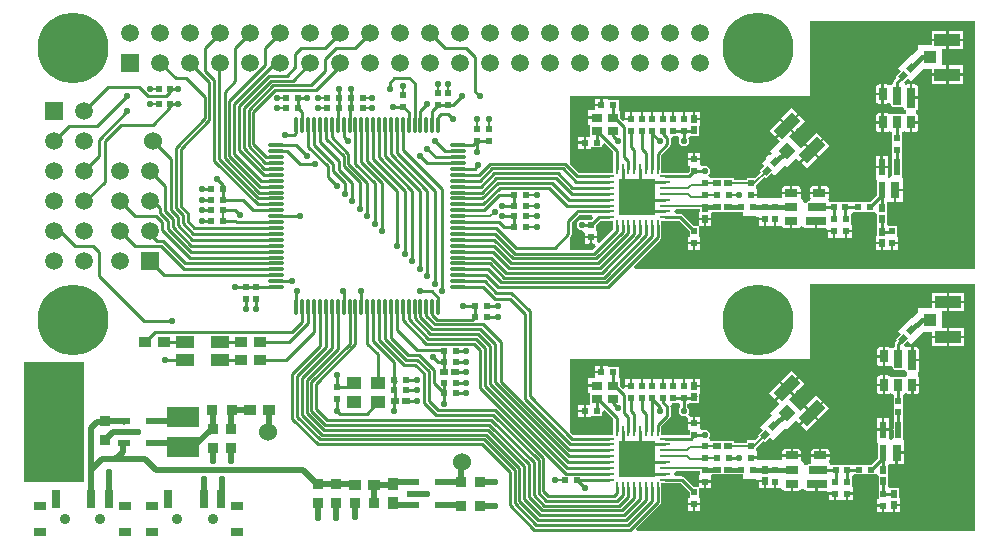
<source format=gtl>
G04 Layer_Physical_Order=1*
G04 Layer_Color=255*
%FSLAX25Y25*%
%MOIN*%
G70*
G01*
G75*
%ADD10R,0.02362X0.01968*%
%ADD11R,0.01968X0.02362*%
%ADD12R,0.02559X0.01968*%
%ADD13O,0.01181X0.05512*%
%ADD14O,0.05512X0.01181*%
%ADD15R,0.02165X0.02165*%
G04:AMPARAMS|DCode=16|XSize=66.93mil|YSize=25.59mil|CornerRadius=0.64mil|HoleSize=0mil|Usage=FLASHONLY|Rotation=180.000|XOffset=0mil|YOffset=0mil|HoleType=Round|Shape=RoundedRectangle|*
%AMROUNDEDRECTD16*
21,1,0.06693,0.02431,0,0,180.0*
21,1,0.06565,0.02559,0,0,180.0*
1,1,0.00128,-0.03283,0.01215*
1,1,0.00128,0.03283,0.01215*
1,1,0.00128,0.03283,-0.01215*
1,1,0.00128,-0.03283,-0.01215*
%
%ADD16ROUNDEDRECTD16*%
G04:AMPARAMS|DCode=17|XSize=59.05mil|YSize=25.59mil|CornerRadius=0.64mil|HoleSize=0mil|Usage=FLASHONLY|Rotation=180.000|XOffset=0mil|YOffset=0mil|HoleType=Round|Shape=RoundedRectangle|*
%AMROUNDEDRECTD17*
21,1,0.05905,0.02431,0,0,180.0*
21,1,0.05778,0.02559,0,0,180.0*
1,1,0.00128,-0.02889,0.01215*
1,1,0.00128,0.02889,0.01215*
1,1,0.00128,0.02889,-0.01215*
1,1,0.00128,-0.02889,-0.01215*
%
%ADD17ROUNDEDRECTD17*%
G04:AMPARAMS|DCode=18|XSize=43.31mil|YSize=25.59mil|CornerRadius=0.64mil|HoleSize=0mil|Usage=FLASHONLY|Rotation=180.000|XOffset=0mil|YOffset=0mil|HoleType=Round|Shape=RoundedRectangle|*
%AMROUNDEDRECTD18*
21,1,0.04331,0.02431,0,0,180.0*
21,1,0.04203,0.02559,0,0,180.0*
1,1,0.00128,-0.02101,0.01215*
1,1,0.00128,0.02101,0.01215*
1,1,0.00128,0.02101,-0.01215*
1,1,0.00128,-0.02101,-0.01215*
%
%ADD18ROUNDEDRECTD18*%
G04:AMPARAMS|DCode=19|XSize=19.68mil|YSize=23.62mil|CornerRadius=0mil|HoleSize=0mil|Usage=FLASHONLY|Rotation=135.000|XOffset=0mil|YOffset=0mil|HoleType=Round|Shape=Rectangle|*
%AMROTATEDRECTD19*
4,1,4,0.01531,0.00139,-0.00139,-0.01531,-0.01531,-0.00139,0.00139,0.01531,0.01531,0.00139,0.0*
%
%ADD19ROTATEDRECTD19*%

%ADD20R,0.01968X0.02559*%
%ADD21R,0.12205X0.12205*%
%ADD22O,0.03740X0.00984*%
%ADD23O,0.00984X0.03740*%
%ADD24R,0.03543X0.03150*%
%ADD25R,0.01968X0.05709*%
%ADD26R,0.03150X0.05709*%
G04:AMPARAMS|DCode=27|XSize=66.93mil|YSize=25.59mil|CornerRadius=0.64mil|HoleSize=0mil|Usage=FLASHONLY|Rotation=270.000|XOffset=0mil|YOffset=0mil|HoleType=Round|Shape=RoundedRectangle|*
%AMROUNDEDRECTD27*
21,1,0.06693,0.02431,0,0,270.0*
21,1,0.06565,0.02559,0,0,270.0*
1,1,0.00128,-0.01215,-0.03283*
1,1,0.00128,-0.01215,0.03283*
1,1,0.00128,0.01215,0.03283*
1,1,0.00128,0.01215,-0.03283*
%
%ADD27ROUNDEDRECTD27*%
G04:AMPARAMS|DCode=28|XSize=59.05mil|YSize=25.59mil|CornerRadius=0.64mil|HoleSize=0mil|Usage=FLASHONLY|Rotation=270.000|XOffset=0mil|YOffset=0mil|HoleType=Round|Shape=RoundedRectangle|*
%AMROUNDEDRECTD28*
21,1,0.05905,0.02431,0,0,270.0*
21,1,0.05778,0.02559,0,0,270.0*
1,1,0.00128,-0.01215,-0.02889*
1,1,0.00128,-0.01215,0.02889*
1,1,0.00128,0.01215,0.02889*
1,1,0.00128,0.01215,-0.02889*
%
%ADD28ROUNDEDRECTD28*%
G04:AMPARAMS|DCode=29|XSize=43.31mil|YSize=25.59mil|CornerRadius=0.64mil|HoleSize=0mil|Usage=FLASHONLY|Rotation=270.000|XOffset=0mil|YOffset=0mil|HoleType=Round|Shape=RoundedRectangle|*
%AMROUNDEDRECTD29*
21,1,0.04331,0.02431,0,0,270.0*
21,1,0.04203,0.02559,0,0,270.0*
1,1,0.00128,-0.01215,-0.02101*
1,1,0.00128,-0.01215,0.02101*
1,1,0.00128,0.01215,0.02101*
1,1,0.00128,0.01215,-0.02101*
%
%ADD29ROUNDEDRECTD29*%
%ADD30R,0.03937X0.03937*%
%ADD31R,0.08661X0.04134*%
%ADD32P,0.05568X4X360.0*%
G04:AMPARAMS|DCode=33|XSize=41.34mil|YSize=86.61mil|CornerRadius=0mil|HoleSize=0mil|Usage=FLASHONLY|Rotation=315.000|XOffset=0mil|YOffset=0mil|HoleType=Round|Shape=Rectangle|*
%AMROTATEDRECTD33*
4,1,4,-0.04524,-0.01601,0.01601,0.04524,0.04524,0.01601,-0.01601,-0.04524,-0.04524,-0.01601,0.0*
%
%ADD33ROTATEDRECTD33*%

%ADD34R,0.20000X0.40000*%
%ADD35R,0.03740X0.03543*%
%ADD36R,0.04331X0.02362*%
%ADD37R,0.03740X0.03937*%
%ADD38R,0.03937X0.03740*%
%ADD39R,0.03543X0.03740*%
%ADD40R,0.05905X0.04331*%
%ADD41R,0.02756X0.05905*%
%ADD42R,0.03937X0.03150*%
%ADD43R,0.10709X0.06575*%
%ADD44R,0.03583X0.03780*%
%ADD45R,0.05118X0.04331*%
%ADD46C,0.01000*%
%ADD47C,0.02000*%
%ADD48C,0.01640*%
%ADD49C,0.00800*%
%ADD50C,0.06000*%
%ADD51C,0.05905*%
%ADD52R,0.05905X0.05905*%
%ADD53C,0.23622*%
%ADD54C,0.03543*%
%ADD55C,0.02200*%
G36*
X317500Y90000D02*
X204268D01*
X203886Y90924D01*
X212683Y99721D01*
X212683Y99721D01*
X212926Y100085D01*
X213011Y100514D01*
Y104650D01*
X213003Y104690D01*
Y105997D01*
X214310D01*
X214350Y105989D01*
X218925D01*
X222416Y102498D01*
Y100713D01*
X222016D01*
Y98931D01*
X224000D01*
X225984D01*
Y100713D01*
X225584D01*
Y103379D01*
X225584Y104250D01*
X226542Y104350D01*
X227100D01*
Y106230D01*
X225516D01*
Y105221D01*
X225516Y104350D01*
X224557Y104250D01*
X223836D01*
X220183Y107903D01*
X219819Y108146D01*
X219390Y108232D01*
X219390Y108232D01*
X218068D01*
X217250Y109079D01*
X218000Y110028D01*
X225916D01*
Y108909D01*
X225516D01*
Y107030D01*
X227500D01*
X229484D01*
Y108026D01*
X229749Y108911D01*
X230482Y108916D01*
X237250D01*
Y108916D01*
X237750D01*
Y108916D01*
X240287D01*
Y107516D01*
X244516D01*
Y107287D01*
X245516D01*
Y106931D01*
X247500D01*
Y106532D01*
X247900D01*
Y104350D01*
X250600D01*
Y106532D01*
X251400D01*
Y104350D01*
X252984D01*
X253407Y103793D01*
X253759Y103558D01*
X254174Y103475D01*
X255876D01*
Y105776D01*
X256676D01*
Y103475D01*
X258377D01*
X258792Y103558D01*
X259144Y103793D01*
X259271Y103983D01*
X259818Y104073D01*
X259820D01*
X260367Y103983D01*
X260494Y103793D01*
X260846Y103558D01*
X261261Y103475D01*
X264143D01*
Y105776D01*
X264943D01*
Y103475D01*
X267826D01*
X268270Y102931D01*
X270500D01*
Y102532D01*
X270900D01*
Y100350D01*
X271516D01*
X272484Y100350D01*
X273484Y100350D01*
X274100D01*
Y102532D01*
X274500D01*
Y102931D01*
X276484D01*
Y104713D01*
X276084D01*
Y108192D01*
X276431Y108569D01*
X276808Y108916D01*
X279687D01*
X280313Y108916D01*
X281313Y108916D01*
X284250D01*
X284916Y108192D01*
Y104750D01*
X284916D01*
X284916Y104250D01*
X284916D01*
Y100909D01*
X284516D01*
Y99030D01*
X286500D01*
Y98630D01*
X286900D01*
Y96350D01*
X288484D01*
Y96350D01*
X289600D01*
Y98532D01*
X290000D01*
Y98931D01*
X291984D01*
Y100713D01*
X291584D01*
Y104250D01*
X288877D01*
X288268Y104634D01*
X288084Y105112D01*
Y108491D01*
Y111435D01*
X288380Y112267D01*
X289060Y112307D01*
X290568D01*
Y116161D01*
X290968D01*
Y116561D01*
X293543D01*
Y119550D01*
X293543Y120016D01*
X293143Y120850D01*
Y121016D01*
Y126775D01*
X293143Y127293D01*
X293143D01*
X293084Y127750D01*
X293084D01*
Y130687D01*
X293084Y131313D01*
X293084Y132313D01*
Y135128D01*
X293257Y135543D01*
X294176Y135980D01*
X294196Y135976D01*
X294242Y135907D01*
X294594Y135672D01*
X295009Y135589D01*
X295824D01*
Y138776D01*
X296224D01*
Y139176D01*
X298525D01*
Y140877D01*
X298442Y141292D01*
X298207Y141644D01*
X298017Y141771D01*
X297927Y142318D01*
Y142320D01*
X298017Y142867D01*
X298207Y142994D01*
X298442Y143346D01*
X298525Y143761D01*
Y146643D01*
X296224D01*
Y147043D01*
X295824D01*
Y151411D01*
X295009D01*
X294594Y151328D01*
X294108Y151649D01*
X294024Y152284D01*
X295263Y153522D01*
X296253Y152532D01*
X300252Y156532D01*
X303075D01*
Y155093D01*
X308005D01*
Y157760D01*
X306469D01*
Y163240D01*
X308005D01*
Y165907D01*
X303075D01*
Y164469D01*
X298532D01*
Y162928D01*
X297989Y162511D01*
X297989Y162511D01*
X296630Y161153D01*
X296531Y161251D01*
X292032Y156753D01*
X293022Y155763D01*
X291228Y153969D01*
X291556Y153642D01*
X290707Y152793D01*
X290464Y152429D01*
X290378Y152000D01*
X290378Y152000D01*
Y151619D01*
X289721Y151150D01*
X288758Y151093D01*
X288406Y151328D01*
X287991Y151411D01*
X287176D01*
Y148224D01*
Y145038D01*
X287991D01*
X288406Y145121D01*
X288608Y145255D01*
X289194Y145084D01*
X289608Y144827D01*
Y144548D01*
X289659Y144289D01*
X289806Y144070D01*
X290025Y143923D01*
X290284Y143871D01*
X292716D01*
X292924Y143913D01*
X293010Y143917D01*
X293175Y143888D01*
X293768Y143641D01*
X293979Y143483D01*
X294007Y143346D01*
X294242Y142994D01*
X294432Y142867D01*
X294521Y142320D01*
Y142318D01*
X294432Y141771D01*
X294242Y141644D01*
X294196Y141575D01*
X293915Y141514D01*
X293206Y141437D01*
X293022Y141470D01*
X292975Y141502D01*
X292716Y141554D01*
X290284D01*
X290025Y141502D01*
X289978Y141470D01*
X289794Y141437D01*
X289085Y141514D01*
X288804Y141575D01*
X288758Y141644D01*
X288406Y141879D01*
X287991Y141962D01*
X287176D01*
Y138776D01*
Y135589D01*
X287991D01*
X288406Y135672D01*
X288758Y135907D01*
X288804Y135976D01*
X288824Y135980D01*
X289743Y135542D01*
X289916Y135128D01*
Y132313D01*
X289916Y131687D01*
X289916Y130687D01*
Y128269D01*
X289916Y127750D01*
X289916D01*
X289975Y127293D01*
X289975D01*
Y120915D01*
X288988Y120352D01*
X288425Y120618D01*
Y123439D01*
X286441D01*
X284457D01*
Y120450D01*
X284457Y119984D01*
X284857Y119150D01*
Y118984D01*
Y114474D01*
X282467Y112084D01*
X280687Y112084D01*
X279687Y112084D01*
X276750D01*
Y112084D01*
X275954Y112183D01*
Y112183D01*
X272589Y112183D01*
X271589Y112183D01*
X269389D01*
X268810Y112640D01*
X268586Y113076D01*
X268593Y113242D01*
X268828Y113594D01*
X268911Y114009D01*
Y114824D01*
X265724D01*
Y115224D01*
D01*
Y114824D01*
X262538D01*
Y114009D01*
X262621Y113594D01*
X262755Y113392D01*
X262584Y112806D01*
X262327Y112392D01*
X262048D01*
X261789Y112341D01*
X261569Y112194D01*
X261443Y112005D01*
X261302Y111983D01*
X260417Y112042D01*
X260321Y112521D01*
X259865Y113204D01*
X259349Y113548D01*
X259379Y113594D01*
X259462Y114009D01*
Y114824D01*
X256276D01*
X253089D01*
Y114009D01*
X252795Y113650D01*
X244984D01*
Y114131D01*
X243000D01*
Y114931D01*
X244984D01*
Y116713D01*
X244584D01*
Y117677D01*
X244689Y117748D01*
X247570Y120628D01*
X247969Y120228D01*
X249763Y122022D01*
X250753Y121032D01*
X254128Y124408D01*
X254824Y123712D01*
X258037Y126925D01*
X259054Y125907D01*
X262541Y129394D01*
X260655Y131280D01*
X259568Y130193D01*
X255693Y134068D01*
X256780Y135155D01*
X254894Y137040D01*
X251407Y133554D01*
X252425Y132537D01*
X249212Y129324D01*
X249908Y128628D01*
X249252Y127972D01*
X248970Y127855D01*
X248381Y127403D01*
X247929Y126814D01*
X247812Y126532D01*
X246532Y125253D01*
X247522Y124263D01*
X245728Y122469D01*
X246128Y122070D01*
X244308Y120250D01*
X241416D01*
Y119520D01*
X237250D01*
Y120084D01*
X229750D01*
X229750Y120084D01*
Y120084D01*
X229084Y120250D01*
X228733Y121104D01*
X228689Y121250D01*
X228726Y121274D01*
X229101Y121837D01*
X229233Y122500D01*
X229101Y123163D01*
X228726Y123726D01*
X228163Y124101D01*
X227500Y124233D01*
X226913Y124117D01*
X226650Y124240D01*
X225984Y124734D01*
Y126068D01*
X222016D01*
Y124287D01*
X222416D01*
Y122502D01*
X221925Y122011D01*
X214350D01*
X214310Y122003D01*
X213003D01*
Y123310D01*
X213011Y123350D01*
Y127925D01*
X215793Y130707D01*
X215793Y130707D01*
X216036Y131071D01*
X216122Y131500D01*
Y133500D01*
X216122Y133500D01*
X216933Y134250D01*
X218422D01*
X218940Y133648D01*
X218957Y133250D01*
X218899Y133163D01*
X218767Y132500D01*
X218899Y131837D01*
X219274Y131274D01*
X219837Y130899D01*
X220500Y130767D01*
X221163Y130899D01*
X221726Y131274D01*
X222101Y131837D01*
X222233Y132500D01*
X222101Y133163D01*
X222043Y133250D01*
X222059Y133648D01*
X222578Y134250D01*
X225584D01*
Y137591D01*
X225984D01*
Y139470D01*
X224000D01*
Y139870D01*
X223600D01*
Y142150D01*
X222016D01*
Y142150D01*
X220900D01*
Y139969D01*
X220100D01*
Y142150D01*
X217400D01*
Y139969D01*
X216600D01*
Y142150D01*
X213900D01*
Y139969D01*
X213100D01*
Y142150D01*
X210400D01*
Y139969D01*
X209600D01*
Y142150D01*
X206900D01*
Y139969D01*
X206100D01*
Y142150D01*
X203400D01*
Y139969D01*
X203000D01*
Y139568D01*
X200717D01*
X200092Y139310D01*
X199187Y140215D01*
Y142506D01*
X199187D01*
X198750Y142916D01*
Y146084D01*
X195213D01*
Y146484D01*
X193431D01*
Y144500D01*
X193032D01*
Y144100D01*
X190850D01*
Y142905D01*
X188728D01*
Y140731D01*
X191500D01*
Y139931D01*
X188728D01*
Y137756D01*
X189128D01*
Y133984D01*
X187932D01*
Y132000D01*
Y130016D01*
X189713D01*
Y130416D01*
X193250D01*
Y131358D01*
X194174Y131740D01*
X196989Y128925D01*
Y123110D01*
X196997Y123070D01*
Y122003D01*
X195690D01*
X195650Y122011D01*
X185473D01*
X182500Y124984D01*
Y147500D01*
X262500D01*
Y172500D01*
X317500D01*
Y90000D01*
D02*
G37*
G36*
Y2500D02*
X204944D01*
X204561Y3424D01*
X212683Y11546D01*
X212683Y11546D01*
X212926Y11910D01*
X213011Y12339D01*
X213011Y12339D01*
Y17150D01*
X213003Y17190D01*
Y18497D01*
X214310D01*
X214350Y18489D01*
X219425D01*
X222416Y15498D01*
Y13713D01*
X222016D01*
Y11931D01*
X224000D01*
X225984D01*
Y13713D01*
X225584D01*
Y16850D01*
X227100D01*
Y18632D01*
X225516D01*
Y17250D01*
X223836D01*
X220683Y20403D01*
X220319Y20646D01*
X219890Y20732D01*
X219890Y20732D01*
X218068D01*
X217250Y21579D01*
X218000Y22528D01*
X225916D01*
Y21213D01*
X225516D01*
Y19432D01*
X227500D01*
X229484D01*
Y20526D01*
X229704Y21261D01*
X230400Y21416D01*
X237250D01*
Y21416D01*
X237750D01*
Y21416D01*
X240287D01*
Y20016D01*
X244516D01*
Y19591D01*
X245516D01*
Y19530D01*
X247500D01*
Y19130D01*
X247900D01*
Y16850D01*
X249484D01*
Y16850D01*
X250600D01*
Y19031D01*
X251400D01*
Y16850D01*
X252984D01*
X253632Y16293D01*
X253983Y16058D01*
X254399Y15975D01*
X256100D01*
Y18276D01*
X256900D01*
Y15975D01*
X258601D01*
X259016Y16058D01*
X259368Y16293D01*
X259496Y16483D01*
X260042Y16573D01*
X260044D01*
X260591Y16483D01*
X260718Y16293D01*
X261070Y16058D01*
X261485Y15975D01*
X264368D01*
Y18276D01*
X265168D01*
Y15975D01*
X268050D01*
X268845Y15431D01*
X271000D01*
Y15032D01*
X271400D01*
Y12850D01*
X272016D01*
X272984Y12850D01*
X273984Y12850D01*
X274600D01*
Y15032D01*
X275000D01*
Y15431D01*
X276984D01*
Y17213D01*
X276584D01*
Y20692D01*
X276931Y21069D01*
X277308Y21416D01*
X280187D01*
X280813Y21416D01*
X281813Y21416D01*
X284750D01*
X285416Y20692D01*
Y17250D01*
X285416D01*
Y16750D01*
X285416D01*
Y13213D01*
X285016D01*
Y11432D01*
X287000D01*
Y11032D01*
X287400D01*
Y8850D01*
X288516D01*
Y8850D01*
X290100D01*
Y11130D01*
X290500D01*
Y11530D01*
X292484D01*
Y13409D01*
X292084D01*
Y16750D01*
X289377D01*
X288768Y17134D01*
X288584Y17612D01*
Y20991D01*
Y23935D01*
X288879Y24767D01*
X289560Y24807D01*
X291069D01*
Y28661D01*
X291469D01*
Y29061D01*
X294043D01*
Y32050D01*
X294043Y32516D01*
X293643Y33350D01*
Y33516D01*
Y39306D01*
X293643Y39793D01*
X293643D01*
X293584Y40282D01*
X293584D01*
Y43219D01*
X293584Y43844D01*
X293584Y44844D01*
Y47628D01*
X293819Y48069D01*
X294689Y48478D01*
X294696Y48476D01*
X294742Y48407D01*
X295094Y48172D01*
X295509Y48089D01*
X296324D01*
Y51276D01*
X296724D01*
Y51676D01*
X299025D01*
Y53377D01*
X298942Y53792D01*
X298707Y54144D01*
X298517Y54271D01*
X298427Y54818D01*
Y54820D01*
X298517Y55367D01*
X298707Y55494D01*
X298942Y55846D01*
X299025Y56261D01*
Y59143D01*
X296724D01*
Y59543D01*
X296324D01*
Y63911D01*
X295509D01*
X295094Y63828D01*
X294942Y63727D01*
X294257Y63905D01*
X294026Y64785D01*
X295263Y66022D01*
X296253Y65032D01*
X300252Y69032D01*
X303169D01*
Y67593D01*
X308100D01*
Y70260D01*
X306563D01*
Y75740D01*
X308100D01*
Y78407D01*
X303169D01*
Y76968D01*
X298626D01*
Y75483D01*
X298578Y75463D01*
X297989Y75011D01*
X297989Y75011D01*
X296630Y73653D01*
X296531Y73751D01*
X292032Y69253D01*
X293022Y68263D01*
X291228Y66469D01*
X291556Y66142D01*
X291207Y65793D01*
X290964Y65429D01*
X290878Y65000D01*
X290879Y65000D01*
Y64119D01*
X290221Y63650D01*
X289258Y63593D01*
X288906Y63828D01*
X288491Y63911D01*
X287676D01*
Y60724D01*
Y57538D01*
X288491D01*
X288906Y57621D01*
X289107Y57755D01*
X289694Y57584D01*
X290107Y57327D01*
Y57048D01*
X290159Y56789D01*
X290306Y56569D01*
X290525Y56423D01*
X290785Y56371D01*
X293215D01*
X293424Y56413D01*
X293510Y56417D01*
X293675Y56388D01*
X294268Y56141D01*
X294479Y55983D01*
X294507Y55846D01*
X294742Y55494D01*
X294932Y55367D01*
X295022Y54820D01*
Y54818D01*
X294932Y54271D01*
X294742Y54144D01*
X294696Y54075D01*
X294415Y54014D01*
X293706Y53937D01*
X293523Y53970D01*
X293475Y54002D01*
X293215Y54054D01*
X290785D01*
X290525Y54002D01*
X290477Y53970D01*
X290294Y53937D01*
X289585Y54014D01*
X289304Y54075D01*
X289258Y54144D01*
X288906Y54379D01*
X288491Y54462D01*
X287676D01*
Y51276D01*
Y48089D01*
X288491D01*
X288906Y48172D01*
X289258Y48407D01*
X289304Y48476D01*
X289311Y48478D01*
X290181Y48069D01*
X290416Y47628D01*
Y44844D01*
X290416Y44219D01*
X290416Y43219D01*
Y40769D01*
X290416Y40282D01*
X290416D01*
X290475Y39793D01*
X290475D01*
Y36946D01*
X290464Y36929D01*
X290378Y36500D01*
X290464Y36071D01*
X290475Y36054D01*
X290475Y33415D01*
X289488Y32852D01*
X288925Y33119D01*
Y35939D01*
X286941D01*
X284957D01*
Y32950D01*
X284957Y32484D01*
X285357Y31650D01*
Y31484D01*
Y26974D01*
X282967Y24584D01*
X281187Y24584D01*
X280187Y24584D01*
X277250D01*
Y24584D01*
X276454Y24683D01*
Y24683D01*
X273089Y24683D01*
X272089Y24683D01*
X269614D01*
X269524Y24701D01*
X269320Y24875D01*
X268817Y25742D01*
X269052Y26094D01*
X269135Y26509D01*
Y27324D01*
X265949D01*
X262763D01*
Y26509D01*
X262845Y26094D01*
X262980Y25892D01*
X262809Y25306D01*
X262551Y24893D01*
X262273D01*
X262014Y24841D01*
X261794Y24694D01*
X261668Y24505D01*
X261526Y24483D01*
X260641Y24542D01*
X260546Y25021D01*
X260089Y25704D01*
X259573Y26048D01*
X259604Y26094D01*
X259686Y26509D01*
Y27324D01*
X256500D01*
X253314D01*
Y26509D01*
X253019Y26150D01*
X250484D01*
Y26150D01*
X244984D01*
Y26632D01*
X243000D01*
Y27431D01*
X244984D01*
Y29213D01*
X244584D01*
Y30177D01*
X244689Y30248D01*
X247070Y32628D01*
X247469Y32228D01*
X249263Y34022D01*
X250253Y33032D01*
X254128Y36908D01*
X254824Y36212D01*
X258037Y39424D01*
X259054Y38407D01*
X262541Y41894D01*
X260655Y43780D01*
X259568Y42693D01*
X255693Y46568D01*
X256780Y47655D01*
X254894Y49541D01*
X251407Y46054D01*
X252425Y45037D01*
X249212Y41824D01*
X249908Y41128D01*
X246032Y37253D01*
X247022Y36263D01*
X245228Y34469D01*
X245628Y34070D01*
X244308Y32750D01*
X241416D01*
Y32020D01*
X237120D01*
Y32584D01*
X229621D01*
Y32584D01*
X229084Y32750D01*
X229043Y33750D01*
X229101Y33837D01*
X229233Y34500D01*
X229101Y35163D01*
X228726Y35726D01*
X228163Y36101D01*
X227500Y36233D01*
X226913Y36117D01*
X226650Y36240D01*
X225984Y36735D01*
Y38069D01*
X222016D01*
Y36287D01*
X222416D01*
Y34511D01*
X214350D01*
X214310Y34503D01*
X213003D01*
Y35810D01*
X213011Y35850D01*
Y37425D01*
X215793Y40207D01*
X215793Y40207D01*
X216036Y40571D01*
X216122Y41000D01*
Y44000D01*
X216122Y44000D01*
X216072Y44250D01*
X216420Y44911D01*
X216690Y45250D01*
X218584Y45250D01*
X219378Y44754D01*
Y43795D01*
X219274Y43726D01*
X218899Y43163D01*
X218767Y42500D01*
X218899Y41837D01*
X219274Y41274D01*
X219837Y40899D01*
X220500Y40767D01*
X221115Y40889D01*
X221294Y40801D01*
X222016Y40266D01*
Y38868D01*
X223600D01*
Y40650D01*
X222453D01*
X221961Y41627D01*
X222101Y41837D01*
X222233Y42500D01*
X222101Y43163D01*
X221726Y43726D01*
X221621Y43795D01*
Y44754D01*
X222416Y45250D01*
X225584D01*
Y47313D01*
X225622Y47500D01*
X225604Y47591D01*
X225780Y48591D01*
X225984D01*
Y50470D01*
X224000D01*
Y50870D01*
X223600D01*
Y53150D01*
X222016D01*
Y53150D01*
X220900D01*
Y50968D01*
X220100D01*
Y53150D01*
X217400D01*
Y50968D01*
X216600D01*
Y53150D01*
X213900D01*
Y50968D01*
X213100D01*
Y53150D01*
X210400D01*
Y50968D01*
X209600D01*
Y53150D01*
X206900D01*
Y50968D01*
X206100D01*
Y53150D01*
X203400D01*
Y50968D01*
X203000D01*
Y50568D01*
X201016D01*
Y50362D01*
X200092Y49979D01*
X199187Y50884D01*
Y53175D01*
X199187D01*
X198750Y53916D01*
Y57084D01*
X195213D01*
Y57484D01*
X193431D01*
Y55500D01*
X193032D01*
Y55100D01*
X190850D01*
Y53575D01*
X188728D01*
Y51400D01*
X191500D01*
Y50600D01*
X188728D01*
Y48425D01*
X189128D01*
Y45242D01*
X189128Y44495D01*
X188133Y44484D01*
X187932D01*
Y42500D01*
Y40516D01*
X189713D01*
Y40916D01*
X193250D01*
Y42358D01*
X194174Y42740D01*
X196989Y39925D01*
Y35850D01*
X196997Y35810D01*
Y34503D01*
X195690D01*
X195650Y34511D01*
X183575D01*
X182500Y35586D01*
Y60000D01*
X262500D01*
Y85000D01*
X317500D01*
Y2500D01*
D02*
G37*
G36*
X190371Y106957D02*
X189664Y106250D01*
X187916D01*
Y106250D01*
X186916Y106151D01*
X186500Y106233D01*
X185837Y106101D01*
X185274Y105726D01*
X184899Y105163D01*
X184767Y104500D01*
X184899Y103837D01*
X185274Y103274D01*
X185837Y102899D01*
X186500Y102767D01*
X186542Y102775D01*
X187516Y102023D01*
Y100932D01*
X189500D01*
Y100531D01*
D01*
Y100932D01*
X191484D01*
Y102713D01*
X191084D01*
Y104498D01*
X192575Y105989D01*
X195650D01*
X195690Y105997D01*
X196997D01*
Y104690D01*
X196989Y104650D01*
Y103075D01*
X192484Y98570D01*
X191484Y98985D01*
Y100131D01*
X189900D01*
Y98350D01*
X190850D01*
X191264Y97350D01*
X190035Y96122D01*
X182500D01*
Y100414D01*
X182793Y100707D01*
X182793Y100707D01*
X183036Y101071D01*
X183122Y101500D01*
X183122Y101500D01*
Y105535D01*
X185543Y107957D01*
X189957D01*
X190371Y106957D01*
D02*
G37*
%LPC*%
G36*
X286100Y98230D02*
X284516D01*
Y96350D01*
X286100D01*
Y98230D01*
D02*
G37*
G36*
X256494Y143544D02*
X253008Y140058D01*
X254894Y138172D01*
X258380Y141658D01*
X256494Y143544D01*
D02*
G37*
G36*
X258946Y141093D02*
X255459Y137606D01*
X257345Y135720D01*
X260832Y139207D01*
X258946Y141093D01*
D02*
G37*
G36*
X286376Y141962D02*
X285560D01*
X285145Y141879D01*
X284793Y141644D01*
X284558Y141292D01*
X284475Y140877D01*
Y139176D01*
X286376D01*
Y141962D01*
D02*
G37*
G36*
X202600Y142150D02*
X201016D01*
Y140368D01*
X202600D01*
Y142150D01*
D02*
G37*
G36*
X225984Y142150D02*
X224400D01*
Y140270D01*
X225984D01*
Y142150D01*
D02*
G37*
G36*
X187132Y133984D02*
X185350D01*
Y132400D01*
X187132D01*
Y133984D01*
D02*
G37*
G36*
Y131600D02*
X185350D01*
Y130016D01*
X187132D01*
Y131600D01*
D02*
G37*
G36*
X252442Y139492D02*
X248956Y136005D01*
X250841Y134120D01*
X254328Y137606D01*
X252442Y139492D01*
D02*
G37*
G36*
X286376Y138376D02*
X284475D01*
Y136674D01*
X284558Y136259D01*
X284793Y135907D01*
X285145Y135672D01*
X285560Y135589D01*
X286376D01*
Y138376D01*
D02*
G37*
G36*
X298525Y138376D02*
X296624D01*
Y135589D01*
X297440D01*
X297855Y135672D01*
X298207Y135907D01*
X298442Y136259D01*
X298525Y136674D01*
Y138376D01*
D02*
G37*
G36*
X313736Y157760D02*
X308805D01*
Y155093D01*
X313736D01*
Y157760D01*
D02*
G37*
G36*
Y154293D02*
X308805D01*
Y151626D01*
X313736D01*
Y154293D01*
D02*
G37*
G36*
X313736Y165907D02*
X308805D01*
Y163240D01*
X313736D01*
Y165907D01*
D02*
G37*
G36*
Y169374D02*
X308805D01*
Y166707D01*
X313736D01*
Y169374D01*
D02*
G37*
G36*
X308005D02*
X303075D01*
Y166707D01*
X308005D01*
Y169374D01*
D02*
G37*
G36*
X286376Y147824D02*
X284475D01*
Y146123D01*
X284558Y145708D01*
X284793Y145356D01*
X285145Y145121D01*
X285560Y145038D01*
X286376D01*
Y147824D01*
D02*
G37*
G36*
X192631Y146484D02*
X190850D01*
Y144900D01*
X192631D01*
Y146484D01*
D02*
G37*
G36*
X297440Y151411D02*
X296624D01*
Y147443D01*
X298525D01*
Y150326D01*
X298442Y150741D01*
X298207Y151093D01*
X297855Y151328D01*
X297440Y151411D01*
D02*
G37*
G36*
X308005Y154293D02*
X303075D01*
Y151626D01*
X308005D01*
Y154293D01*
D02*
G37*
G36*
X286376Y151411D02*
X285560D01*
X285145Y151328D01*
X284793Y151093D01*
X284558Y150741D01*
X284475Y150326D01*
Y148624D01*
X286376D01*
Y151411D01*
D02*
G37*
G36*
X229484Y106230D02*
X227900D01*
Y104350D01*
X229484D01*
Y106230D01*
D02*
G37*
G36*
X276484Y102131D02*
X274900D01*
Y100350D01*
X276484D01*
Y102131D01*
D02*
G37*
G36*
X247100Y106131D02*
X245516D01*
Y104350D01*
X247100D01*
Y106131D01*
D02*
G37*
G36*
X255876Y117525D02*
X254174D01*
X253759Y117442D01*
X253407Y117207D01*
X253172Y116855D01*
X253089Y116440D01*
Y115624D01*
X255876D01*
Y117525D01*
D02*
G37*
G36*
X293543Y115761D02*
X291369D01*
Y112307D01*
X293543D01*
Y115761D01*
D02*
G37*
G36*
X225984Y98132D02*
X224400D01*
Y96350D01*
X225984D01*
Y98132D01*
D02*
G37*
G36*
X223600D02*
X222016D01*
Y96350D01*
X223600D01*
Y98132D01*
D02*
G37*
G36*
X291984D02*
X290400D01*
Y96350D01*
X291984D01*
Y98132D01*
D02*
G37*
G36*
X270100Y102131D02*
X268516D01*
Y100350D01*
X270100D01*
Y102131D01*
D02*
G37*
G36*
X223600Y128650D02*
X222016D01*
Y126868D01*
X223600D01*
Y128650D01*
D02*
G37*
G36*
X288425Y127693D02*
X286841D01*
Y124239D01*
X288425D01*
Y127693D01*
D02*
G37*
G36*
X225984Y128650D02*
X224400D01*
Y126868D01*
X225984D01*
Y128650D01*
D02*
G37*
G36*
X264707Y135332D02*
X261220Y131845D01*
X263106Y129959D01*
X266593Y133446D01*
X264707Y135332D01*
D02*
G37*
G36*
X267159Y132880D02*
X263672Y129394D01*
X265558Y127508D01*
X269044Y130994D01*
X267159Y132880D01*
D02*
G37*
G36*
X267826Y117525D02*
X266124D01*
Y115624D01*
X268911D01*
Y116440D01*
X268828Y116855D01*
X268593Y117207D01*
X268241Y117442D01*
X267826Y117525D01*
D02*
G37*
G36*
X265324D02*
X263623D01*
X263208Y117442D01*
X262856Y117207D01*
X262621Y116855D01*
X262538Y116440D01*
Y115624D01*
X265324D01*
Y117525D01*
D02*
G37*
G36*
X258377D02*
X256676D01*
Y115624D01*
X259462D01*
Y116440D01*
X259379Y116855D01*
X259144Y117207D01*
X258792Y117442D01*
X258377Y117525D01*
D02*
G37*
G36*
X286041Y127693D02*
X284457D01*
Y124239D01*
X286041D01*
Y127693D01*
D02*
G37*
G36*
X263106Y128828D02*
X259620Y125341D01*
X261506Y123456D01*
X264992Y126942D01*
X263106Y128828D01*
D02*
G37*
G36*
X252442Y51992D02*
X248956Y48505D01*
X250841Y46620D01*
X254328Y50106D01*
X252442Y51992D01*
D02*
G37*
G36*
X202600Y53150D02*
X201016D01*
Y51368D01*
X202600D01*
Y53150D01*
D02*
G37*
G36*
X192631Y57484D02*
X190850D01*
Y55900D01*
X192631D01*
Y57484D01*
D02*
G37*
G36*
X286876Y54462D02*
X286060D01*
X285645Y54379D01*
X285293Y54144D01*
X285058Y53792D01*
X284975Y53377D01*
Y51676D01*
X286876D01*
Y54462D01*
D02*
G37*
G36*
X225984Y53150D02*
X224400D01*
Y51270D01*
X225984D01*
Y53150D01*
D02*
G37*
G36*
X299025Y50876D02*
X297124D01*
Y48089D01*
X297940D01*
X298355Y48172D01*
X298707Y48407D01*
X298942Y48759D01*
X299025Y49174D01*
Y50876D01*
D02*
G37*
G36*
X258946Y53593D02*
X255459Y50106D01*
X257345Y48220D01*
X260832Y51707D01*
X258946Y53593D01*
D02*
G37*
G36*
X256494Y56044D02*
X253008Y52558D01*
X254894Y50672D01*
X258380Y54159D01*
X256494Y56044D01*
D02*
G37*
G36*
X286876Y50876D02*
X284975D01*
Y49174D01*
X285058Y48759D01*
X285293Y48407D01*
X285645Y48172D01*
X286060Y48089D01*
X286876D01*
Y50876D01*
D02*
G37*
G36*
X313831Y78407D02*
X308900D01*
Y75740D01*
X313831D01*
Y78407D01*
D02*
G37*
G36*
Y70260D02*
X308900D01*
Y67593D01*
X313831D01*
Y70260D01*
D02*
G37*
G36*
Y81874D02*
X308900D01*
Y79207D01*
X313831D01*
Y81874D01*
D02*
G37*
G36*
X308100D02*
X303169D01*
Y79207D01*
X308100D01*
Y81874D01*
D02*
G37*
G36*
X313831Y66793D02*
X308900D01*
Y64126D01*
X313831D01*
Y66793D01*
D02*
G37*
G36*
X297940Y63911D02*
X297124D01*
Y59943D01*
X299025D01*
Y62826D01*
X298942Y63241D01*
X298707Y63593D01*
X298355Y63828D01*
X297940Y63911D01*
D02*
G37*
G36*
X286876Y60324D02*
X284975D01*
Y58623D01*
X285058Y58208D01*
X285293Y57856D01*
X285645Y57621D01*
X286060Y57538D01*
X286876D01*
Y60324D01*
D02*
G37*
G36*
X308100Y66793D02*
X303169D01*
Y64126D01*
X308100D01*
Y66793D01*
D02*
G37*
G36*
X286876Y63911D02*
X286060D01*
X285645Y63828D01*
X285293Y63593D01*
X285058Y63241D01*
X284975Y62826D01*
Y61124D01*
X286876D01*
Y63911D01*
D02*
G37*
G36*
X187132Y44484D02*
X185350D01*
Y42900D01*
X187132D01*
Y44484D01*
D02*
G37*
G36*
X247100Y18730D02*
X245516D01*
Y16850D01*
X247100D01*
Y18730D01*
D02*
G37*
G36*
X276984Y14631D02*
X275400D01*
Y12850D01*
X276984D01*
Y14631D01*
D02*
G37*
G36*
X229484Y18632D02*
X227900D01*
Y16850D01*
X229484D01*
Y18632D01*
D02*
G37*
G36*
X256100Y30025D02*
X254399D01*
X253983Y29942D01*
X253632Y29707D01*
X253396Y29355D01*
X253314Y28940D01*
Y28124D01*
X256100D01*
Y30025D01*
D02*
G37*
G36*
X294043Y28261D02*
X291868D01*
Y24807D01*
X294043D01*
Y28261D01*
D02*
G37*
G36*
X286600Y10632D02*
X285016D01*
Y8850D01*
X286600D01*
Y10632D01*
D02*
G37*
G36*
X292484Y10730D02*
X290900D01*
Y8850D01*
X292484D01*
Y10730D01*
D02*
G37*
G36*
X223600Y11131D02*
X222016D01*
Y9350D01*
X223600D01*
Y11131D01*
D02*
G37*
G36*
X270600Y14631D02*
X269016D01*
Y12850D01*
X270600D01*
Y14631D01*
D02*
G37*
G36*
X225984Y11131D02*
X224400D01*
Y9350D01*
X225984D01*
Y11131D01*
D02*
G37*
G36*
Y40650D02*
X224400D01*
Y38868D01*
X225984D01*
Y40650D01*
D02*
G37*
G36*
X288925Y40193D02*
X287341D01*
Y36739D01*
X288925D01*
Y40193D01*
D02*
G37*
G36*
X267158Y45380D02*
X263672Y41894D01*
X265558Y40008D01*
X269044Y43494D01*
X267158Y45380D01*
D02*
G37*
G36*
X264707Y47832D02*
X261220Y44345D01*
X263106Y42459D01*
X266593Y45946D01*
X264707Y47832D01*
D02*
G37*
G36*
X187132Y42100D02*
X185350D01*
Y40516D01*
X187132D01*
Y42100D01*
D02*
G37*
G36*
X268050Y30025D02*
X266349D01*
Y28124D01*
X269135D01*
Y28940D01*
X269052Y29355D01*
X268817Y29707D01*
X268465Y29942D01*
X268050Y30025D01*
D02*
G37*
G36*
X265549D02*
X263847D01*
X263432Y29942D01*
X263080Y29707D01*
X262845Y29355D01*
X262763Y28940D01*
Y28124D01*
X265549D01*
Y30025D01*
D02*
G37*
G36*
X258601D02*
X256900D01*
Y28124D01*
X259686D01*
Y28940D01*
X259604Y29355D01*
X259368Y29707D01*
X259016Y29942D01*
X258601Y30025D01*
D02*
G37*
G36*
X286541Y40193D02*
X284957D01*
Y36739D01*
X286541D01*
Y40193D01*
D02*
G37*
G36*
X263106Y41328D02*
X259620Y37841D01*
X261506Y35956D01*
X264992Y39442D01*
X263106Y41328D01*
D02*
G37*
G36*
X189100Y100131D02*
X187516D01*
Y98350D01*
X189100D01*
Y100131D01*
D02*
G37*
%LPD*%
D10*
X101532Y143500D02*
D03*
X105468Y143500D02*
D03*
X101532Y147000D02*
D03*
X105468D02*
D03*
X113469Y143500D02*
D03*
X109531D02*
D03*
X113437Y147000D02*
D03*
X109500D02*
D03*
X167937Y114500D02*
D03*
X164000D02*
D03*
X167968Y111000D02*
D03*
X164032D02*
D03*
X167968Y107500D02*
D03*
X164032D02*
D03*
X167968Y104000D02*
D03*
X164032D02*
D03*
X154969Y77500D02*
D03*
X151031D02*
D03*
X154969Y74000D02*
D03*
X151031D02*
D03*
X144468Y62500D02*
D03*
X140532D02*
D03*
X144468Y59000D02*
D03*
X140532D02*
D03*
X144468Y52000D02*
D03*
X140532D02*
D03*
X144468Y48500D02*
D03*
X140532Y48500D02*
D03*
X63032Y106000D02*
D03*
X66969D02*
D03*
X63032Y109500D02*
D03*
X66969D02*
D03*
X63063Y113000D02*
D03*
X67000D02*
D03*
X63032Y116500D02*
D03*
X66969D02*
D03*
X88032Y143500D02*
D03*
X91969D02*
D03*
X88032Y147000D02*
D03*
X91969D02*
D03*
X239531Y110500D02*
D03*
X243468D02*
D03*
X231532Y114500D02*
D03*
X235469D02*
D03*
X187531Y132000D02*
D03*
X191469D02*
D03*
X193032Y144500D02*
D03*
X196968D02*
D03*
X278532Y110500D02*
D03*
X282469D02*
D03*
X279031Y23000D02*
D03*
X282968D02*
D03*
X127969Y53000D02*
D03*
X124031D02*
D03*
X127969Y49500D02*
D03*
X124031D02*
D03*
X181032Y19500D02*
D03*
X184968D02*
D03*
X187531Y42500D02*
D03*
X191469D02*
D03*
X193032Y55500D02*
D03*
X196968D02*
D03*
X231532Y27000D02*
D03*
X235469D02*
D03*
X239531Y23000D02*
D03*
X243468D02*
D03*
D11*
X127000Y147968D02*
D03*
Y144032D02*
D03*
X138500Y148468D02*
D03*
Y144532D02*
D03*
X142000Y148468D02*
D03*
Y144532D02*
D03*
X155500Y136469D02*
D03*
Y132531D02*
D03*
X151500Y136469D02*
D03*
Y132531D02*
D03*
X189500Y100531D02*
D03*
Y104469D02*
D03*
X78000Y80032D02*
D03*
Y83969D02*
D03*
X74500Y80032D02*
D03*
Y83969D02*
D03*
X243000Y114532D02*
D03*
Y118468D02*
D03*
X251000Y106532D02*
D03*
Y110468D02*
D03*
X247500Y106532D02*
D03*
Y110468D02*
D03*
X224000Y98532D02*
D03*
Y102469D02*
D03*
X227500Y114532D02*
D03*
Y118468D02*
D03*
X224000Y126469D02*
D03*
Y122531D02*
D03*
X270500Y102532D02*
D03*
Y106468D02*
D03*
X274500Y102532D02*
D03*
Y106468D02*
D03*
X290000Y98532D02*
D03*
Y102469D02*
D03*
X291500Y129532D02*
D03*
Y133468D02*
D03*
X292000Y42063D02*
D03*
Y46000D02*
D03*
X271000Y15032D02*
D03*
Y18969D02*
D03*
X275000Y15032D02*
D03*
Y18969D02*
D03*
X287000Y11032D02*
D03*
Y14968D02*
D03*
X251000Y19031D02*
D03*
Y22968D02*
D03*
X243000Y27031D02*
D03*
Y30968D02*
D03*
X203000Y139969D02*
D03*
Y136031D02*
D03*
X206500Y139969D02*
D03*
Y136031D02*
D03*
X210000Y139969D02*
D03*
Y136031D02*
D03*
X213500Y139969D02*
D03*
Y136031D02*
D03*
X217000Y139969D02*
D03*
Y136031D02*
D03*
X220500Y139969D02*
D03*
Y136031D02*
D03*
X105000Y46532D02*
D03*
X105000Y50468D02*
D03*
X224000Y11531D02*
D03*
Y15469D02*
D03*
X227500Y19031D02*
D03*
Y22968D02*
D03*
Y27031D02*
D03*
Y30968D02*
D03*
X224000Y38469D02*
D03*
Y34532D02*
D03*
X220500Y50968D02*
D03*
Y47032D02*
D03*
X217000Y50968D02*
D03*
Y47032D02*
D03*
X213500Y50968D02*
D03*
Y47032D02*
D03*
X203000Y50968D02*
D03*
Y47032D02*
D03*
X206500Y50968D02*
D03*
Y47032D02*
D03*
X210000Y50968D02*
D03*
Y47032D02*
D03*
D12*
X144370Y55500D02*
D03*
X140630D02*
D03*
X231630Y110500D02*
D03*
X235370D02*
D03*
X231630Y118500D02*
D03*
X235370D02*
D03*
X127969Y46000D02*
D03*
X124228Y46000D02*
D03*
X231630Y23000D02*
D03*
X235370D02*
D03*
X231500Y31000D02*
D03*
X235240D02*
D03*
D13*
X91378Y77185D02*
D03*
X93347Y77185D02*
D03*
X95315Y77185D02*
D03*
X97284D02*
D03*
X99252D02*
D03*
X101221D02*
D03*
X103189Y77185D02*
D03*
X105157D02*
D03*
X107126D02*
D03*
X109095Y77185D02*
D03*
X111063D02*
D03*
X113031Y77185D02*
D03*
X115000D02*
D03*
X116969D02*
D03*
X118937D02*
D03*
X120905D02*
D03*
X122874Y77185D02*
D03*
X124843D02*
D03*
X126811D02*
D03*
X128779Y77185D02*
D03*
X130748D02*
D03*
X132717D02*
D03*
X134685D02*
D03*
X136653D02*
D03*
X138622Y77185D02*
D03*
Y137815D02*
D03*
X136653D02*
D03*
X134685D02*
D03*
X132717D02*
D03*
X130748Y137815D02*
D03*
X128779D02*
D03*
X126811Y137815D02*
D03*
X124843D02*
D03*
X122874D02*
D03*
X120905D02*
D03*
X118937D02*
D03*
X116969Y137815D02*
D03*
X115000D02*
D03*
X113031D02*
D03*
X111063Y137815D02*
D03*
X109095D02*
D03*
X107126D02*
D03*
X105157D02*
D03*
X103189D02*
D03*
X101221Y137815D02*
D03*
X99252D02*
D03*
X97284Y137815D02*
D03*
X95315D02*
D03*
X93347D02*
D03*
X91378D02*
D03*
D14*
X145315Y83878D02*
D03*
Y85847D02*
D03*
Y87815D02*
D03*
Y89784D02*
D03*
X145315Y91752D02*
D03*
Y93721D02*
D03*
X145315Y95689D02*
D03*
Y97658D02*
D03*
Y99626D02*
D03*
Y101594D02*
D03*
Y103563D02*
D03*
X145315Y105532D02*
D03*
Y107500D02*
D03*
Y109468D02*
D03*
X145315Y111437D02*
D03*
Y113406D02*
D03*
Y115374D02*
D03*
Y117342D02*
D03*
Y119311D02*
D03*
X145315Y121280D02*
D03*
Y123248D02*
D03*
X145315Y125216D02*
D03*
Y127185D02*
D03*
Y129154D02*
D03*
Y131122D02*
D03*
X84685D02*
D03*
X84685Y129154D02*
D03*
Y127185D02*
D03*
Y125217D02*
D03*
Y123248D02*
D03*
Y121280D02*
D03*
X84685Y119311D02*
D03*
Y117342D02*
D03*
Y115374D02*
D03*
X84685Y113406D02*
D03*
Y111437D02*
D03*
Y109468D02*
D03*
Y107500D02*
D03*
Y105532D02*
D03*
X84685Y103563D02*
D03*
Y101594D02*
D03*
X84685Y99626D02*
D03*
Y97658D02*
D03*
Y95689D02*
D03*
Y93721D02*
D03*
Y91752D02*
D03*
Y89784D02*
D03*
X84685Y87815D02*
D03*
X84685Y85847D02*
D03*
Y83878D02*
D03*
D15*
X45728Y150000D02*
D03*
X49272D02*
D03*
X45728Y145000D02*
D03*
X49272D02*
D03*
X270728Y110500D02*
D03*
X274272D02*
D03*
X271228Y23000D02*
D03*
X274772D02*
D03*
D16*
X264543Y105776D02*
D03*
X264768Y18276D02*
D03*
D17*
X264937Y110500D02*
D03*
X265161Y23000D02*
D03*
D18*
X265724Y115224D02*
D03*
X256276Y105776D02*
D03*
Y110500D02*
D03*
Y115224D02*
D03*
X265949Y27724D02*
D03*
X256500Y18276D02*
D03*
Y23000D02*
D03*
Y27724D02*
D03*
D19*
X248108Y122608D02*
D03*
X250892Y125392D02*
D03*
X293608Y154108D02*
D03*
X296392Y156892D02*
D03*
X293608Y66608D02*
D03*
X296392Y69392D02*
D03*
X247608Y34608D02*
D03*
X250392Y37392D02*
D03*
D20*
X227500Y106630D02*
D03*
Y110370D02*
D03*
X286500Y98630D02*
D03*
Y102370D02*
D03*
X286500Y110370D02*
D03*
Y106630D02*
D03*
X287000Y22870D02*
D03*
Y19130D02*
D03*
X290500Y11130D02*
D03*
Y14870D02*
D03*
X247500Y19130D02*
D03*
Y22870D02*
D03*
X224000Y139870D02*
D03*
Y136130D02*
D03*
Y50870D02*
D03*
Y47130D02*
D03*
D21*
X205000Y114000D02*
D03*
Y26500D02*
D03*
D22*
X214350Y120890D02*
D03*
Y118921D02*
D03*
Y116953D02*
D03*
Y114984D02*
D03*
Y113016D02*
D03*
Y111047D02*
D03*
Y109079D02*
D03*
X214350Y107110D02*
D03*
X195650D02*
D03*
X195650Y109079D02*
D03*
Y111047D02*
D03*
X195650Y113016D02*
D03*
X195650Y114984D02*
D03*
Y116953D02*
D03*
Y118921D02*
D03*
Y120890D02*
D03*
X214350Y33390D02*
D03*
Y31421D02*
D03*
X214350Y29453D02*
D03*
Y27484D02*
D03*
X214350Y25516D02*
D03*
Y23547D02*
D03*
Y21579D02*
D03*
Y19610D02*
D03*
X195650D02*
D03*
Y21579D02*
D03*
Y23547D02*
D03*
Y25516D02*
D03*
Y27484D02*
D03*
Y29453D02*
D03*
Y31421D02*
D03*
X195650Y33390D02*
D03*
D23*
X211890Y104650D02*
D03*
X209921D02*
D03*
X207953D02*
D03*
X205984D02*
D03*
X204016D02*
D03*
X202047D02*
D03*
X200079D02*
D03*
X198110Y104650D02*
D03*
X198110Y123350D02*
D03*
X200079D02*
D03*
X202047D02*
D03*
X204016D02*
D03*
X205984D02*
D03*
X207953D02*
D03*
X209921D02*
D03*
X211890D02*
D03*
Y17150D02*
D03*
X209921Y17150D02*
D03*
X207953D02*
D03*
X205984D02*
D03*
X204016D02*
D03*
X202047D02*
D03*
X200079D02*
D03*
X198110D02*
D03*
Y35850D02*
D03*
X200079Y35850D02*
D03*
X202047D02*
D03*
X204016D02*
D03*
X205984Y35850D02*
D03*
X207953D02*
D03*
X209921D02*
D03*
X211890Y35850D02*
D03*
D24*
X196815Y140331D02*
D03*
X191500Y140331D02*
D03*
Y136000D02*
D03*
X196913Y136000D02*
D03*
X196815Y51000D02*
D03*
X191500Y51000D02*
D03*
Y46669D02*
D03*
X196913Y46669D02*
D03*
D25*
X286441Y123839D02*
D03*
X291559D02*
D03*
X286441Y116161D02*
D03*
X286941Y36339D02*
D03*
X292059D02*
D03*
X286941Y28661D02*
D03*
D26*
X290968Y116161D02*
D03*
X291469Y28661D02*
D03*
D27*
X296224Y147043D02*
D03*
X296724Y59543D02*
D03*
D28*
X291500Y147437D02*
D03*
X292000Y59937D02*
D03*
D29*
X286776Y148224D02*
D03*
X296224Y138776D02*
D03*
X291500Y138776D02*
D03*
X286776Y138776D02*
D03*
X287276Y60724D02*
D03*
X296724Y51276D02*
D03*
X292000D02*
D03*
X287276D02*
D03*
D30*
X302500Y160500D02*
D03*
X302594Y73000D02*
D03*
D31*
X308405Y166307D02*
D03*
X308405Y154693D02*
D03*
X308500Y78807D02*
D03*
Y67193D02*
D03*
D32*
X254824Y41824D02*
D03*
Y129324D02*
D03*
D33*
X254894Y50106D02*
D03*
X263106Y41894D02*
D03*
X254894Y137606D02*
D03*
X263106Y129394D02*
D03*
D34*
X10500Y39000D02*
D03*
D35*
X117150Y12000D02*
D03*
X110850D02*
D03*
X146350Y19000D02*
D03*
X152650D02*
D03*
X146350Y11000D02*
D03*
X152650D02*
D03*
D36*
X139724Y18740D02*
D03*
Y11260D02*
D03*
X130276D02*
D03*
Y15000D02*
D03*
Y18740D02*
D03*
X43224Y39240D02*
D03*
Y31760D02*
D03*
X33776D02*
D03*
X33776Y35500D02*
D03*
Y39240D02*
D03*
D37*
X123500Y18150D02*
D03*
Y11850D02*
D03*
D38*
X117150Y18000D02*
D03*
X110850D02*
D03*
X79150Y59500D02*
D03*
X72850D02*
D03*
X79150Y65500D02*
D03*
X72850D02*
D03*
X47150D02*
D03*
X40850D02*
D03*
X75850Y43000D02*
D03*
X82150D02*
D03*
D39*
X104500Y18150D02*
D03*
Y11850D02*
D03*
X98500Y18150D02*
D03*
Y11850D02*
D03*
X27500Y39150D02*
D03*
Y32850D02*
D03*
X63500Y36650D02*
D03*
Y30350D02*
D03*
X69500Y36650D02*
D03*
Y30350D02*
D03*
D40*
X54094Y65453D02*
D03*
Y59547D02*
D03*
X65905D02*
D03*
Y65453D02*
D03*
D41*
X11142Y13390D02*
D03*
X22953D02*
D03*
X28858D02*
D03*
X48642Y13390D02*
D03*
X60453Y13390D02*
D03*
X66358D02*
D03*
D42*
X5827Y2169D02*
D03*
Y10831D02*
D03*
X34173Y2169D02*
D03*
Y10831D02*
D03*
X43327Y2169D02*
D03*
Y10831D02*
D03*
X71673Y2169D02*
D03*
Y10831D02*
D03*
D43*
X53500Y40500D02*
D03*
Y30500D02*
D03*
D44*
X63173Y43000D02*
D03*
X69827D02*
D03*
D45*
X110437Y45423D02*
D03*
X118705Y45424D02*
D03*
Y51920D02*
D03*
X110437Y51920D02*
D03*
D46*
X205984Y114984D02*
Y123350D01*
X205984Y113016D02*
X214350D01*
X205984D02*
X209921Y109079D01*
X205984Y25516D02*
X214350D01*
X205984Y27484D02*
Y35850D01*
X205984Y25516D02*
X209921Y21579D01*
X200079Y27091D02*
Y35850D01*
X164000Y104000D02*
X164032Y104032D01*
X140500Y48500D02*
X140532Y48531D01*
X124000Y49500D02*
X124228Y49272D01*
X105468Y147000D02*
Y150469D01*
X155468Y132531D02*
X155500Y132500D01*
X151000Y77500D02*
X151031Y77469D01*
X140500Y59000D02*
X140532Y59031D01*
X220468Y136031D02*
X220500Y136000D01*
X224031Y47032D02*
X224500Y47500D01*
X220500Y47032D02*
X224031D01*
X209500Y136000D02*
X209921Y135579D01*
X78650Y58500D02*
X79650Y59500D01*
X196968Y140532D02*
X197169Y140331D01*
X291500Y36500D02*
X292000Y37000D01*
X287000Y27031D02*
Y29000D01*
X191500Y47000D02*
X198110Y40390D01*
X191500Y42500D02*
Y46669D01*
X202000Y35500D02*
Y40500D01*
X196815Y55315D02*
X197000Y55500D01*
X25500Y87500D02*
X40500Y72500D01*
X124000Y45772D02*
X124228Y46000D01*
X124000Y42500D02*
Y45772D01*
X290402Y14968D02*
X290500Y14870D01*
X287000Y14968D02*
X290402D01*
X287000D02*
Y19130D01*
X235469Y27000D02*
X239000D01*
X242969D02*
X243000Y27031D01*
X205000Y26500D02*
X205984Y25516D01*
X209921Y21579D02*
X214350D01*
X209331Y30831D02*
X209921Y31421D01*
X205984Y27484D02*
X209331Y30831D01*
X205000Y26500D02*
X205984Y27484D01*
X209921Y31421D02*
X214350D01*
X200079Y27091D02*
X200669Y26500D01*
X200700Y41800D02*
Y47785D01*
Y41800D02*
X202000Y40500D01*
X196913Y45087D02*
X198500Y43500D01*
X196913Y45087D02*
Y46669D01*
X197485Y51000D02*
X200700Y47785D01*
Y127291D02*
Y137116D01*
Y127291D02*
X202047Y125944D01*
Y123350D02*
Y125944D01*
X196913Y134087D02*
X198500Y132500D01*
X196913Y134087D02*
Y136000D01*
X197485Y140331D02*
X200700Y137116D01*
X191500Y136000D02*
X198110Y129390D01*
Y123350D02*
Y129390D01*
X209331Y118331D02*
X209921Y118921D01*
X205984Y114984D02*
X209331Y118331D01*
X183083Y114984D02*
X195650D01*
X183378Y116953D02*
X195650D01*
X184714Y118921D02*
X195650D01*
X182268Y113016D02*
X195650D01*
X181453Y111047D02*
X195650D01*
X185000Y109079D02*
X195650D01*
X207953Y123350D02*
Y128547D01*
X204016Y123350D02*
Y129484D01*
X205984Y101397D02*
Y104650D01*
X193187Y88600D02*
X205984Y101397D01*
X202047Y101985D02*
Y104650D01*
X191862Y91800D02*
X202047Y101985D01*
X200079Y102279D02*
Y104650D01*
X191199Y93400D02*
X200079Y102279D01*
X193850Y87000D02*
X207953Y101103D01*
X194513Y85400D02*
X209921Y100808D01*
X195176Y83800D02*
X211890Y100514D01*
X205000Y114000D02*
X205984Y114984D01*
X205000Y114000D02*
X205984Y113016D01*
X200669Y118331D02*
X205000Y114000D01*
X209921Y109079D02*
X214350D01*
X209921Y118921D02*
X214350D01*
X200079D02*
Y123350D01*
X124031Y52031D02*
X124500Y52500D01*
X124031Y49500D02*
Y52031D01*
X124228Y46000D02*
Y49272D01*
X140500Y56000D02*
X140532Y56032D01*
Y59000D01*
X138500D02*
X140500D01*
X140532Y59031D02*
Y62500D01*
X144468D02*
X148000D01*
X152700Y50088D02*
Y62800D01*
X150500Y65000D02*
X152700Y62800D01*
X134712Y65000D02*
X150500D01*
X154300Y50751D02*
Y63674D01*
X151374Y66600D02*
X154300Y63674D01*
X135374Y66600D02*
X151374D01*
X155900Y51414D02*
Y64337D01*
X152037Y68200D02*
X155900Y64337D01*
X136037Y68200D02*
X152037D01*
X157500Y52076D02*
Y65000D01*
X152700Y69800D02*
X157500Y65000D01*
X136700Y69800D02*
X152700D01*
X159500Y52339D02*
Y65500D01*
X153600Y71400D02*
X159500Y65500D01*
X137588Y71400D02*
X153600D01*
X157500Y80000D02*
X162500D01*
X153622Y83878D02*
X157500Y80000D01*
X162500D02*
X167500Y75000D01*
Y46602D02*
Y75000D01*
X163000Y82000D02*
X169100Y75900D01*
X158000Y82000D02*
X163000D01*
X154154Y85847D02*
X158000Y82000D01*
X169100Y47400D02*
Y75900D01*
X154969Y74000D02*
X158500D01*
X154969Y77500D02*
X158500D01*
X151000D02*
X151031D01*
X147000D02*
X151000D01*
X151031Y74000D02*
Y77469D01*
X150000Y73000D02*
X151000Y74000D01*
X138251Y73000D02*
X150000D01*
X144468Y59000D02*
X148000D01*
X144370Y55500D02*
X148000D01*
X137000Y60500D02*
X138500Y59000D01*
X140200Y62800D02*
X140500Y62500D01*
X131700Y62800D02*
X140200D01*
X124843Y69657D02*
X131700Y62800D01*
X124843Y69657D02*
Y77185D01*
X136653Y74597D02*
X138251Y73000D01*
X136653Y74597D02*
Y77185D01*
X134685Y74303D02*
Y77185D01*
Y74303D02*
X137588Y71400D01*
X132717Y73783D02*
X136700Y69800D01*
X130748Y73489D02*
X136037Y68200D01*
X128779Y73195D02*
X135374Y66600D01*
X126811Y72901D02*
X134712Y65000D01*
X152700Y50088D02*
X181204Y21584D01*
X154300Y50751D02*
X181504Y23547D01*
X155900Y51414D02*
X181798Y25516D01*
X157500Y52076D02*
X182092Y27484D01*
X159500Y52339D02*
X182386Y29453D01*
X140532Y48531D02*
Y52000D01*
X137137Y51863D02*
X140500Y48500D01*
X137137Y51863D02*
Y56388D01*
X132717Y73783D02*
Y77185D01*
X130748Y73489D02*
Y77185D01*
X128779Y73195D02*
Y77185D01*
X126811Y72901D02*
Y77185D01*
X122874Y66914D02*
Y77185D01*
X132325Y61200D02*
X137137Y56388D01*
X128588Y61200D02*
X132325D01*
X122874Y66914D02*
X128588Y61200D01*
X135537Y45963D02*
Y55726D01*
X120905Y66620D02*
Y77185D01*
X131663Y59600D02*
X135537Y55726D01*
X127926Y59600D02*
X131663D01*
X120905Y66620D02*
X127926Y59600D01*
X118937Y66326D02*
X127263Y58000D01*
X133937Y45063D02*
Y55063D01*
X131000Y58000D02*
X133937Y55063D01*
X127263Y58000D02*
X131000D01*
X118937Y66326D02*
Y77185D01*
X131500Y46000D02*
X131500Y46000D01*
X127969Y46000D02*
X131500D01*
X127969Y49500D02*
X131500D01*
X127969Y53000D02*
X131500D01*
X116969Y66031D02*
X124031Y58969D01*
Y53000D02*
Y58969D01*
X105000Y42500D02*
X106000Y41500D01*
X114781D01*
X118705Y45424D01*
X157726Y42800D02*
X173700Y26825D01*
X157063Y41200D02*
X172100Y26163D01*
X156400Y39600D02*
X170500Y25500D01*
X101714Y39600D02*
X156400D01*
X98000Y43314D02*
X101714Y39600D01*
X155737Y38000D02*
X168900Y24837D01*
X101051Y38000D02*
X155737D01*
X96400Y42651D02*
X101051Y38000D01*
X155175Y36300D02*
X167300Y24174D01*
X100488Y36300D02*
X155175D01*
X94800Y41988D02*
X100488Y36300D01*
X99826Y34700D02*
X154512D01*
X93200Y41326D02*
X99826Y34700D01*
X154512D02*
X165700Y23512D01*
X99163Y33100D02*
X153849D01*
X91600Y40663D02*
X99163Y33100D01*
X153849D02*
X164100Y22849D01*
X98500Y31500D02*
X153186D01*
X90000Y40000D02*
X98500Y31500D01*
X153186D02*
X162500Y22186D01*
X144468Y52000D02*
X148000D01*
X144468Y48500D02*
X148000D01*
X140500Y45000D02*
X140532Y45031D01*
Y48500D01*
X133937Y45063D02*
X137800Y41200D01*
X135537Y45963D02*
X138700Y42800D01*
X157726D01*
X137800Y41200D02*
X157063D01*
X116969Y66031D02*
Y77185D01*
X115000Y65000D02*
X118500Y61500D01*
Y52000D02*
Y61500D01*
X143532Y144532D02*
X146500Y147500D01*
X142000Y144532D02*
X143532D01*
X142000Y141500D02*
X143500Y140000D01*
X139500Y141500D02*
X142000D01*
X138622Y140622D02*
X139500Y141500D01*
X138622Y137815D02*
Y140622D01*
X98000Y43314D02*
Y51686D01*
X111063Y64749D01*
X96400Y42651D02*
Y52349D01*
X109095Y65043D01*
X94800Y41988D02*
Y53012D01*
X105157Y63369D01*
X93200Y41326D02*
Y53675D01*
X103189Y63664D01*
X91600Y40663D02*
Y54337D01*
X101221Y63958D01*
X90000Y40000D02*
Y55000D01*
X99252Y64252D01*
X151500Y129000D02*
Y132500D01*
X150748Y123248D02*
X152000Y124500D01*
X145315Y123248D02*
X150748D01*
X155924Y125000D02*
X180898D01*
X152203Y121280D02*
X155924Y125000D01*
X145315Y121280D02*
X152203D01*
X156586Y123400D02*
X180236D01*
X152497Y119311D02*
X156586Y123400D01*
X145315Y119311D02*
X152497D01*
X157249Y121800D02*
X178531D01*
X152792Y117342D02*
X157249Y121800D01*
X145315Y117342D02*
X152792D01*
X157912Y120200D02*
X177868D01*
X153086Y115374D02*
X157912Y120200D01*
X145315Y115374D02*
X153086D01*
X158574Y118600D02*
X176684D01*
X153380Y113406D02*
X158574Y118600D01*
X145315Y113406D02*
X153380D01*
X159237Y117000D02*
X175500D01*
X153674Y111437D02*
X159237Y117000D01*
X145315Y111437D02*
X153674D01*
X159000Y114500D02*
X163500D01*
X153969Y109468D02*
X159000Y114500D01*
X145315Y109468D02*
X153969D01*
X180898Y125000D02*
X185009Y120890D01*
X195650D01*
X180236Y123400D02*
X184714Y118921D01*
X178531Y121800D02*
X183378Y116953D01*
X177868Y120200D02*
X183083Y114984D01*
X176684Y118600D02*
X182268Y113016D01*
X175500Y117000D02*
X181453Y111047D01*
X136000Y168500D02*
X141000Y163500D01*
X148000D01*
X151000Y160500D01*
Y149000D02*
Y160500D01*
Y149000D02*
X152500Y147500D01*
X98000Y149500D02*
X106000Y157500D01*
X84389Y149500D02*
X98000D01*
X107500Y115000D02*
Y118500D01*
X103500Y122500D02*
X107500Y118500D01*
X103500Y122500D02*
Y125000D01*
X101900Y120600D02*
Y124100D01*
Y120600D02*
X105000Y117500D01*
X95315Y130685D02*
X101900Y124100D01*
X95315Y130685D02*
Y137815D01*
X103189Y133811D02*
X108700Y128300D01*
Y124800D02*
Y128300D01*
Y124800D02*
X115000Y118500D01*
X101221Y133280D02*
X107100Y127400D01*
Y124137D02*
Y127400D01*
Y124137D02*
X112500Y118737D01*
X99252Y132248D02*
X105500Y126000D01*
Y123026D02*
Y126000D01*
Y123026D02*
X110000Y118526D01*
X97284Y131217D02*
X103500Y125000D01*
X110000Y112500D02*
Y118526D01*
X78000Y76500D02*
Y80032D01*
X112500Y110000D02*
Y118737D01*
X115000Y107500D02*
Y118500D01*
X126811Y129689D02*
X140000Y116500D01*
X126811Y129689D02*
Y137815D01*
X124843Y128657D02*
Y137815D01*
Y128657D02*
X137500Y116000D01*
X122874Y128126D02*
Y137815D01*
Y128126D02*
X135000Y116000D01*
X120905Y127594D02*
Y137815D01*
Y127594D02*
X132500Y116000D01*
X118937Y127063D02*
Y137815D01*
Y127063D02*
X130000Y116000D01*
X116969Y126532D02*
Y137815D01*
Y126532D02*
X127500Y116000D01*
X115000Y126000D02*
Y137815D01*
Y126000D02*
X125000Y116000D01*
X113031Y125469D02*
Y137815D01*
Y125469D02*
X120000Y118500D01*
Y102500D02*
Y118500D01*
X111063Y124937D02*
Y137815D01*
Y124937D02*
X117500Y118500D01*
X137500Y85000D02*
Y116000D01*
X135000Y87500D02*
Y116000D01*
X117500Y105000D02*
Y118500D01*
X103189Y133811D02*
Y137815D01*
X101221Y133280D02*
Y137815D01*
X99252Y132248D02*
Y137815D01*
X107126Y133874D02*
X108500Y132500D01*
X97284Y131217D02*
Y137815D01*
X125000Y97500D02*
Y116000D01*
X127500Y95000D02*
Y116000D01*
X130000Y92500D02*
Y116000D01*
X132500Y90000D02*
Y116000D01*
X107126Y133874D02*
Y137815D01*
X90500Y134500D02*
X91378Y135378D01*
X87500Y134500D02*
X90500D01*
X91378Y135378D02*
Y137815D01*
X140000Y82500D02*
Y116500D01*
X40500Y72500D02*
X50000D01*
X60453Y19953D02*
X60500Y20000D01*
X132500Y82500D02*
X136500D01*
X138622Y80378D01*
Y77185D02*
Y80378D01*
X113000Y82500D02*
X113031Y82468D01*
Y77185D02*
Y82468D01*
X107000Y82500D02*
X107126Y82374D01*
Y77185D02*
Y82374D01*
X91378Y82378D02*
X91500Y82500D01*
X91378Y77185D02*
Y82378D01*
X89846Y85847D02*
X90000Y86000D01*
X84685Y85847D02*
X89846D01*
X84685Y107500D02*
X92500D01*
X74500Y76500D02*
Y80032D01*
X71000Y84000D02*
X71031Y83969D01*
X74500D01*
X75032D02*
X78000D01*
X78622Y83878D02*
X84685D01*
X46553Y102947D02*
Y105447D01*
X44500Y107500D02*
X46553Y105447D01*
X37500Y107500D02*
X44500D01*
X48675Y103088D02*
Y105774D01*
X45900Y108549D02*
X48675Y105774D01*
X45900Y108549D02*
Y110100D01*
X43500Y112500D02*
X45900Y110100D01*
X42500Y112500D02*
X43500D01*
X47500Y109212D02*
X50275Y106437D01*
X47500Y109212D02*
Y117500D01*
X50275Y103751D02*
Y106437D01*
X51875Y104413D02*
Y107099D01*
X49500Y109475D02*
X51875Y107099D01*
X49500Y109475D02*
Y126500D01*
X51100Y110137D02*
X53475Y107762D01*
X51100Y110137D02*
Y130363D01*
X53475Y105076D02*
Y107762D01*
X55075Y105739D02*
Y108425D01*
X53000Y110500D02*
X55075Y108425D01*
X53000Y110500D02*
Y130000D01*
X57251Y103563D02*
X84685D01*
X55075Y105739D02*
X57251Y103563D01*
X53475Y105076D02*
X56956Y101594D01*
X84685D01*
X56738Y99550D02*
X84610D01*
X51875Y104413D02*
X56738Y99550D01*
X50275Y103751D02*
X56368Y97658D01*
X84685D01*
X56074Y95689D02*
X84685D01*
X48675Y103088D02*
X56074Y95689D01*
X46553Y102947D02*
X55779Y93721D01*
X84685D01*
X60000Y106000D02*
X60000Y106000D01*
X63032D01*
X60000Y109500D02*
X63032D01*
X60000Y113000D02*
X63063D01*
X60000Y116500D02*
X63032D01*
X66969D02*
Y118032D01*
X65000Y120000D02*
X66969Y118032D01*
X64000Y125873D02*
X78436Y111437D01*
X65600Y126535D02*
X78730Y113406D01*
X67431Y126967D02*
X79024Y115374D01*
X69032Y127629D02*
X79318Y117342D01*
X70631Y128292D02*
X79612Y119311D01*
X67000Y113000D02*
Y116000D01*
X73500Y113000D02*
X77031Y109468D01*
X67000Y113000D02*
X73500D01*
X66969Y109500D02*
X71000D01*
X72500Y108000D01*
X66969Y106000D02*
Y106532D01*
X67000Y106000D02*
X71000D01*
X71469Y105532D01*
X84685D01*
X77031Y109468D02*
X84685D01*
X88346Y129154D02*
X92500Y125000D01*
X97500D01*
X91378Y131122D02*
X95000Y127500D01*
X145315Y105532D02*
X158968D01*
X160000Y107500D02*
X164032D01*
X160000Y111000D02*
X164032D01*
Y114469D01*
Y104032D02*
Y107500D01*
X160500Y104000D02*
X164000D01*
X158968Y105532D02*
X160500Y104000D01*
X157988Y103563D02*
X164551Y97000D01*
X145315Y103563D02*
X157988D01*
X164551Y97000D02*
X177500D01*
X157694Y101594D02*
X164288Y95000D01*
X145315Y101594D02*
X157694D01*
X164288Y95000D02*
X190500D01*
X157399Y99626D02*
X163626Y93400D01*
X145315Y99626D02*
X157399D01*
X163626Y93400D02*
X191199D01*
X157105Y97658D02*
X162963Y91800D01*
X145315Y97658D02*
X157105D01*
X162963Y91800D02*
X191862D01*
X162300Y90200D02*
X192525D01*
X156811Y95689D02*
X162300Y90200D01*
X145315Y95689D02*
X156811D01*
X161400Y88600D02*
X193187D01*
X156280Y93721D02*
X161400Y88600D01*
X145315Y93721D02*
X156280D01*
X160500Y87000D02*
X193850D01*
X155748Y91752D02*
X160500Y87000D01*
X145315Y91752D02*
X155748D01*
X159600Y85400D02*
X194513D01*
X155217Y89784D02*
X159600Y85400D01*
X145315Y89784D02*
X155217D01*
X158700Y83800D02*
X195176D01*
X154685Y87815D02*
X158700Y83800D01*
X145315Y87815D02*
X154685D01*
X145315Y85847D02*
X154154D01*
X145315Y83878D02*
X153622D01*
X182000Y106000D02*
X185000Y109000D01*
X182000Y101500D02*
Y106000D01*
X177500Y97000D02*
X182000Y101500D01*
X186500Y104500D02*
X186531Y104469D01*
X189500D01*
X189516Y104484D01*
X192110Y107110D02*
X195650D01*
X189500Y104500D02*
X192110Y107110D01*
X151500Y132500D02*
Y132531D01*
X207953Y101103D02*
Y104650D01*
X130748Y137815D02*
Y151752D01*
X129000Y153500D02*
X130748Y151752D01*
X124000Y153500D02*
X129000D01*
X122500Y152000D02*
X124000Y153500D01*
X122500Y150000D02*
Y152000D01*
X84685Y131122D02*
X91378D01*
X82378D02*
X84685D01*
X151500Y132531D02*
X155468D01*
X150122Y131122D02*
X151500Y132500D01*
X145315Y131122D02*
X150122D01*
X219390Y107110D02*
X224000Y102500D01*
X214350Y107110D02*
X219390D01*
X220500Y136000D02*
Y136031D01*
Y132500D02*
Y136000D01*
X223969Y136031D02*
X224000Y136000D01*
X220500Y136031D02*
X223969D01*
X217000D02*
X220468D01*
X210000Y135000D02*
X212500Y132500D01*
X210000Y135000D02*
Y136031D01*
X211890Y128390D02*
X215000Y131500D01*
X213500Y135000D02*
Y136000D01*
Y135000D02*
X215000Y133500D01*
Y131500D02*
Y133500D01*
X209921Y123350D02*
Y135579D01*
X197169Y140331D02*
X197485D01*
X197169D02*
X197500Y140000D01*
X196968Y140532D02*
Y144500D01*
X191469Y135468D02*
X191500Y135500D01*
X191469Y132000D02*
Y135468D01*
X198110Y123110D02*
Y123350D01*
X203000Y130500D02*
X204016Y129484D01*
X203000Y130500D02*
Y136031D01*
X206500D02*
Y136500D01*
Y130000D02*
Y136031D01*
Y130000D02*
X207953Y128547D01*
X211890Y123350D02*
Y128390D01*
X227468Y122531D02*
X227500Y122500D01*
X224000Y122531D02*
X227468D01*
X222390Y120890D02*
X224000Y122500D01*
X214350Y120890D02*
X222390D01*
X220500Y42500D02*
Y47032D01*
X217000D02*
X220500D01*
X196815Y51000D02*
Y55315D01*
X198110Y35850D02*
Y40390D01*
X196815Y51000D02*
X197485D01*
X203000Y42500D02*
Y47000D01*
Y42500D02*
X204016Y41484D01*
Y35850D02*
Y41484D01*
X206500Y43000D02*
Y47000D01*
Y43000D02*
X207953Y41547D01*
Y35850D02*
Y41547D01*
X210000Y46500D02*
X212500Y44000D01*
Y42500D02*
Y44000D01*
X215000Y41000D02*
Y44000D01*
X211890Y37890D02*
X215000Y41000D01*
X211890Y35850D02*
Y37890D01*
X213606Y45394D02*
X215000Y44000D01*
X213606Y45394D02*
Y46894D01*
X213500Y47000D02*
X213606Y46894D01*
X210000Y47000D02*
Y47032D01*
Y46500D02*
Y47000D01*
X209921Y46921D02*
X210000Y47000D01*
X209921Y35850D02*
Y46921D01*
X227468Y34532D02*
X227500Y34500D01*
X224000Y34532D02*
X227468D01*
X222890Y33390D02*
X224000Y34500D01*
X214350Y33390D02*
X222890D01*
X219890Y19610D02*
X224000Y15500D01*
X214350Y19610D02*
X219890D01*
X187469Y17000D02*
X187500D01*
X184968Y19500D02*
X187469Y17000D01*
X175326Y14200D02*
X197200D01*
X174663Y12600D02*
X198100D01*
X174000Y11000D02*
X199000D01*
X173337Y9400D02*
X199900D01*
X172675Y7800D02*
X200563D01*
X172012Y6200D02*
X201225D01*
X171349Y4600D02*
X201888D01*
X170686Y3000D02*
X202551D01*
X173700Y15825D02*
X175326Y14200D01*
X197200D02*
X198110Y15110D01*
X172100Y15163D02*
X174663Y12600D01*
X198100D02*
X200079Y14579D01*
X170500Y14500D02*
X174000Y11000D01*
X199000D02*
X202047Y14047D01*
X168900Y13837D02*
X173337Y9400D01*
X199900D02*
X204016Y13516D01*
X167300Y13174D02*
X172675Y7800D01*
X200563D02*
X205984Y13221D01*
X165700Y12512D02*
X172012Y6200D01*
X201225D02*
X207953Y12927D01*
X164100Y11849D02*
X171349Y4600D01*
X201888D02*
X209921Y12633D01*
X162500Y11186D02*
X170686Y3000D01*
X202551D02*
X211890Y12339D01*
X185000Y19500D02*
X185110Y19610D01*
X195650D01*
X271228Y19228D02*
Y23000D01*
X265161D02*
X271000D01*
Y19000D02*
X271228Y19228D01*
X274772Y19228D02*
X275000Y19000D01*
X274772Y19228D02*
Y23000D01*
X275000D02*
X279031D01*
X286941Y23059D02*
Y26972D01*
X287000Y27031D01*
X282968Y23000D02*
X286941Y26972D01*
Y23059D02*
X287000Y23000D01*
X292000Y37000D02*
Y42063D01*
Y46000D02*
Y51276D01*
Y65000D02*
X293500Y66500D01*
X292000Y59937D02*
Y65000D01*
X23500Y97500D02*
X25500Y95500D01*
Y87500D02*
Y95500D01*
X17500Y97500D02*
X23500D01*
X12500Y102500D02*
X17500Y97500D01*
X10500Y102500D02*
X12500D01*
X33000Y138000D02*
X43500D01*
X27500Y132500D02*
X33000Y138000D01*
X27500Y119000D02*
Y132500D01*
X21000Y112500D02*
X27500Y119000D01*
X20500Y112500D02*
X21000D01*
X43500Y138000D02*
X49272Y143772D01*
Y145000D01*
X38889Y150500D02*
X41889Y147500D01*
X28500Y150500D02*
X38889D01*
X20500Y142500D02*
X28500Y150500D01*
X41889Y147500D02*
X48000D01*
X49272Y148772D01*
Y150000D01*
X52000D01*
Y145000D02*
X52500D01*
X49272D02*
X52000D01*
X25000Y137500D02*
X35000Y147500D01*
X25500Y133000D02*
X35000Y142500D01*
X137500Y132500D02*
X140847Y129154D01*
X135000Y130000D02*
X137815Y127185D01*
X25500Y127500D02*
Y133000D01*
X20500Y122500D02*
X25500Y127500D01*
X10500Y132500D02*
X15500Y137500D01*
X25000D01*
X264937Y110500D02*
X270728D01*
X289902Y102370D02*
X290000Y102469D01*
X286500Y102370D02*
X289902D01*
X286500D02*
X286500Y102370D01*
Y106630D01*
X274272Y110500D02*
X278532D01*
X274272Y106697D02*
X274500Y106468D01*
X274272Y106697D02*
Y110500D01*
X270500Y106468D02*
X270728Y106697D01*
Y110500D01*
X286441Y116161D02*
X286500Y116102D01*
Y110370D02*
Y116102D01*
X282469Y110500D02*
X286441Y114472D01*
Y116161D01*
X291500Y123898D02*
X291559Y123839D01*
X291500Y123898D02*
Y129532D01*
Y133468D02*
Y138776D01*
Y152000D02*
X293608Y154108D01*
X291500Y147437D02*
Y152000D01*
X84685Y129154D02*
X88346D01*
X140847Y129154D02*
X145315D01*
X137815Y127185D02*
X145315D01*
X132500Y127500D02*
X134783Y125216D01*
X145315D01*
X132717Y142717D02*
X135000Y145000D01*
X132717Y137815D02*
Y142717D01*
X136653Y142685D02*
X138500Y144532D01*
X136653Y137815D02*
Y142685D01*
X125531Y144032D02*
X127000D01*
X123531D02*
X125531D01*
X128779Y137815D02*
Y142252D01*
X127000Y144032D02*
X128779Y142252D01*
X105500Y149969D02*
Y150437D01*
X105468Y150469D02*
X105500Y150437D01*
X138500Y144532D02*
X142000D01*
X125500Y144000D02*
X125531Y144032D01*
X109500Y147000D02*
Y150000D01*
Y147000D02*
X109531Y146968D01*
Y143500D02*
Y146968D01*
X109095Y143063D02*
X109531Y143500D01*
X109095Y137815D02*
Y143063D01*
X105468Y147000D02*
X105468Y147000D01*
Y143500D02*
Y147000D01*
X105157Y143189D02*
X105468Y143500D01*
X105157Y137815D02*
Y143189D01*
X91969Y147000D02*
X95000D01*
X77031Y131468D02*
Y142143D01*
X75432Y130806D02*
Y142806D01*
X73831Y130143D02*
Y143468D01*
X72232Y129480D02*
Y144131D01*
X84338Y158500D02*
X86000D01*
X70631Y128292D02*
Y144794D01*
X69032Y127629D02*
Y145800D01*
X77031Y142143D02*
X84389Y149500D01*
X75432Y142806D02*
X83726Y151100D01*
X73831Y143468D02*
X83063Y152700D01*
X72232Y144131D02*
X82401Y154300D01*
X70631Y144794D02*
X84338Y158500D01*
X69032Y145800D02*
X81000Y157769D01*
Y163500D01*
X82401Y154300D02*
X88163D01*
X83063Y152700D02*
X90200D01*
X83726Y151100D02*
X96100D01*
X54600Y153400D02*
X60800Y147200D01*
Y140063D02*
Y147200D01*
X51100Y130363D02*
X60800Y140063D01*
X56000Y158500D02*
X62400Y152100D01*
Y139400D02*
Y152100D01*
X53000Y130000D02*
X62400Y139400D01*
X64000Y125873D02*
Y153000D01*
X61000Y156000D02*
X64000Y153000D01*
X61000Y156000D02*
Y163500D01*
X66000Y168500D01*
X65600Y126535D02*
Y158100D01*
X66000Y158500D01*
X67431Y148932D02*
X71000Y152500D01*
X67431Y126967D02*
Y148932D01*
X72232Y129480D02*
X80432Y121280D01*
X73831Y130143D02*
X80726Y123248D01*
X101000Y156000D02*
Y160000D01*
X96100Y151100D02*
X101000Y156000D01*
X90200Y152700D02*
X96000Y158500D01*
X93000Y163500D02*
X101000D01*
X91000Y161500D02*
X93000Y163500D01*
X91000Y157137D02*
Y161500D01*
X111000Y163500D02*
X116000Y168500D01*
X104500Y163500D02*
X111000D01*
X101000Y160000D02*
X104500Y163500D01*
X88163Y154300D02*
X91000Y157137D01*
X75432Y130806D02*
X81021Y125217D01*
X84685D01*
X81315Y127185D02*
X84685D01*
X77031Y131468D02*
X81315Y127185D01*
X106000Y157500D02*
Y158500D01*
X51100Y153400D02*
X54600D01*
X91969Y143500D02*
X93347Y142122D01*
Y137815D02*
Y142122D01*
X91969Y143500D02*
Y147000D01*
X101000Y163500D02*
X106000Y168500D01*
X81000Y163500D02*
X86000Y168500D01*
X78436Y111437D02*
X84685D01*
X78730Y113406D02*
X84685D01*
X79024Y115374D02*
X84685D01*
X79318Y117342D02*
X84685D01*
X79612Y119311D02*
X84685D01*
X80432Y121280D02*
X84685D01*
X80726Y123248D02*
X84685D01*
X44900Y99100D02*
X46946D01*
X42500Y101500D02*
X44900Y99100D01*
X46946D02*
X54294Y91752D01*
X84685D01*
X42500Y101500D02*
Y102500D01*
X72803Y59547D02*
X72850Y59500D01*
X65905Y59547D02*
X72803D01*
X88000Y59500D02*
X97284Y68783D01*
X79650Y59500D02*
X88000D01*
X72803Y65453D02*
X72850Y65500D01*
X65905Y65453D02*
X72803D01*
X54047Y65500D02*
X54094Y65453D01*
X47150Y65500D02*
X54047D01*
X47547Y59547D02*
X54094D01*
X46000Y158500D02*
X51100Y153400D01*
X54000Y89784D02*
X84685D01*
X32500Y102500D02*
X37500Y97500D01*
X46284D01*
X54000Y89784D01*
X32500Y112500D02*
X37500Y107500D01*
X47185Y87815D02*
X84685D01*
X42500Y92500D02*
X47185Y87815D01*
X43500Y132500D02*
X49500Y126500D01*
X42500Y122500D02*
X47500Y117500D01*
X71000Y152500D02*
Y163500D01*
X76000Y168500D01*
X84610Y99550D02*
X84685Y99626D01*
X192525Y90200D02*
X204016Y101691D01*
X190500Y95000D02*
X198110Y102610D01*
Y104650D01*
X211890Y100514D02*
Y104650D01*
X209921Y100808D02*
Y104650D01*
X204016Y101691D02*
Y104650D01*
X115000Y65000D02*
Y77185D01*
X111063Y64749D02*
Y77185D01*
X109095Y65043D02*
Y77185D01*
X105157Y63369D02*
Y77185D01*
X103189Y63664D02*
Y77185D01*
X101221Y63958D02*
Y77185D01*
X99252Y64252D02*
Y77185D01*
X97284Y68783D02*
Y77185D01*
X95315Y72052D02*
Y77185D01*
X88763Y65500D02*
X95315Y72052D01*
X79150Y65500D02*
X88763D01*
X93347Y72347D02*
Y77185D01*
X90000Y69000D02*
X93347Y72347D01*
X44350Y69000D02*
X90000D01*
X183110Y33390D02*
X195650D01*
X169100Y47400D02*
X183110Y33390D01*
X182681Y31421D02*
X195650D01*
X167500Y46602D02*
X182681Y31421D01*
X182386Y29453D02*
X195650D01*
X182092Y27484D02*
X195650D01*
X181798Y25516D02*
X195650D01*
X181504Y23547D02*
X195650D01*
X181204Y21584D02*
X195644D01*
X195650Y21579D01*
X211890Y12339D02*
Y17150D01*
X209921Y12633D02*
Y17150D01*
X207953Y12927D02*
Y17150D01*
X205984Y13221D02*
Y17150D01*
X204016Y13516D02*
Y17150D01*
X202047Y14047D02*
Y17150D01*
X200079Y14579D02*
Y17150D01*
X198110Y15110D02*
Y17150D01*
X173700Y15825D02*
Y26825D01*
X172100Y15163D02*
Y26163D01*
X162500Y11186D02*
Y22186D01*
X164100Y11849D02*
Y22849D01*
X165700Y12512D02*
Y23512D01*
X167300Y13174D02*
Y24174D01*
X168900Y13837D02*
Y24837D01*
X170500Y14500D02*
Y25500D01*
X146350Y26350D02*
X146500Y26500D01*
X146091Y18740D02*
X146350Y19000D01*
X105000Y50468D02*
Y54500D01*
X105000Y42500D02*
Y46532D01*
X108986Y50468D02*
X110437Y51920D01*
X105000Y50468D02*
X108986D01*
X118705Y51920D02*
X119500Y52715D01*
X40850Y65500D02*
X44350Y69000D01*
D47*
X146350Y19000D02*
Y26350D01*
X62500Y43000D02*
X63500Y42000D01*
X57000Y30500D02*
X63500Y37000D01*
X93500Y23000D02*
X98500Y18000D01*
X27500Y39150D02*
X33850D01*
X25000Y39000D02*
X27500D01*
X27750Y38750D02*
X28000Y39000D01*
X54240Y39240D02*
X55500Y40500D01*
X43224Y39240D02*
X54240D01*
X69500Y36650D02*
Y43000D01*
X60453Y13390D02*
Y19953D01*
X66500Y13532D02*
Y20000D01*
X44500Y23000D02*
X93500D01*
X66358Y13390D02*
X66500Y13532D01*
X41000Y26500D02*
X44500Y23000D01*
X31000Y26500D02*
X41000D01*
X26500D02*
X31000D01*
X33500Y29000D01*
X22953Y22953D02*
X26500Y26500D01*
X22953Y13390D02*
Y22953D01*
X98500Y18150D02*
X104500D01*
X82000Y35500D02*
X82150Y35650D01*
Y43000D01*
X69500Y26000D02*
Y30350D01*
X63500Y26000D02*
Y30350D01*
X33776Y35500D02*
X38500D01*
X22953Y22953D02*
Y36953D01*
X30150Y35500D02*
X33500D01*
X27500Y32850D02*
X30150Y35500D01*
X33500Y29000D02*
Y31500D01*
X33850Y39150D02*
X34000Y39000D01*
X22953Y36953D02*
X25000Y39000D01*
X75850Y43000D02*
X76000D01*
X69827D02*
X75850D01*
X63500Y37000D02*
Y42000D01*
Y36650D02*
Y37000D01*
X53500Y30500D02*
X57000D01*
X43224Y31760D02*
X52740D01*
X28858Y13390D02*
Y22358D01*
X146091Y11260D02*
X146350Y11000D01*
X139724Y11260D02*
X146091D01*
X110850Y7150D02*
Y12000D01*
X104500Y7000D02*
Y11850D01*
X98500Y7000D02*
Y11850D01*
X130276Y15000D02*
X135000D01*
X123500Y11850D02*
X124091Y11260D01*
X130276D01*
X117150Y12000D02*
Y18000D01*
X123500Y18150D02*
X124091Y18740D01*
X123350Y18000D02*
X123500Y18150D01*
X124091Y18740D02*
X130276D01*
X117150Y18000D02*
X123350D01*
X110701Y18150D02*
X110850Y18000D01*
X104500Y18150D02*
X110701D01*
X139724Y18740D02*
X146091D01*
X152650Y11000D02*
X157500D01*
X152650Y19000D02*
X157500D01*
D48*
X251000Y110533D02*
X256276D01*
X250500Y23033D02*
X256500D01*
X247031Y22968D02*
X251000D01*
X254824Y41824D02*
X255000Y42000D01*
X250392Y37392D02*
X254824Y41824D01*
X227500Y22968D02*
X231469D01*
X236000Y23000D02*
X239531D01*
X243500D02*
X243630Y22870D01*
X247500D01*
X247000Y23000D02*
X247031Y22968D01*
X256500Y23000D02*
Y23033D01*
X300000Y73000D02*
X302500D01*
X296392Y69392D02*
X300000Y73000D01*
X250892Y125392D02*
X254824Y129324D01*
X250392Y125392D02*
X250892D01*
X227500Y110370D02*
X227630Y110500D01*
X231630D01*
X235370D02*
X239531D01*
X243468D02*
X243500Y110468D01*
X247500D01*
X251000D01*
X256276Y110500D02*
Y110533D01*
X300000Y160500D02*
X302500D01*
X296392Y156892D02*
X300000Y160500D01*
D49*
X223000Y114000D02*
X227500D01*
X242500Y31000D02*
X243000Y31500D01*
X227500Y30968D02*
X231968D01*
X222500Y30500D02*
X227500D01*
Y27031D02*
X231968D01*
X227500Y114532D02*
X231500D01*
X214350Y111047D02*
X227453D01*
X214350Y114984D02*
X222016D01*
X138500Y148468D02*
Y151500D01*
X98500Y147000D02*
X101532D01*
X98500Y143500D02*
X98500Y143500D01*
X66969Y106532D02*
Y109500D01*
X156000Y107500D02*
X157500Y109000D01*
X145315Y107500D02*
X156000D01*
X167968Y104000D02*
X171500D01*
X167968Y107500D02*
X171500D01*
X167968Y111000D02*
X171500D01*
X167937Y114500D02*
X171500D01*
X155500Y136469D02*
Y140000D01*
X151500Y136469D02*
Y140000D01*
X189500Y97500D02*
Y100531D01*
X177500Y19500D02*
X181032D01*
X243969Y30968D02*
X247500Y34500D01*
X243000Y30968D02*
X243969D01*
X235240Y31000D02*
X242500D01*
X231968Y27031D02*
X232000Y27000D01*
X231968Y30968D02*
X232000Y31000D01*
X227000Y26500D02*
X227500Y27000D01*
X222500Y26500D02*
X227000D01*
X221516Y27484D02*
X222500Y26500D01*
X214350Y27484D02*
X221516D01*
X221453Y29453D02*
X222500Y30500D01*
X214350Y29453D02*
X221453D01*
X227453Y23547D02*
X227500Y23500D01*
X214350Y23547D02*
X227453D01*
X226500Y118000D02*
X227000Y118500D01*
X223000Y118000D02*
X226500D01*
X221953Y116953D02*
X223000Y118000D01*
X214350Y116953D02*
X221953D01*
X222016Y114984D02*
X223000Y114000D01*
X227453Y111047D02*
X227500Y111000D01*
X42500Y150000D02*
X45500D01*
X85000Y143500D02*
X88032D01*
X42500Y145000D02*
X45728D01*
X243000Y118468D02*
X243969D01*
X248108Y122608D01*
X242969Y118500D02*
X243000Y118468D01*
X235370Y118500D02*
X242969D01*
X235469Y114500D02*
X239000D01*
X231598Y118468D02*
X231630Y118500D01*
X227500Y118468D02*
X231598D01*
X231500Y114532D02*
X231532Y114500D01*
X227323Y110547D02*
X227500Y110370D01*
X142000Y148468D02*
Y151500D01*
X127000Y147968D02*
Y151000D01*
X113469Y143500D02*
X116500D01*
X113437Y147000D02*
X116500D01*
X98500Y143500D02*
X101532D01*
X85000Y147000D02*
X88032D01*
X105000Y42500D02*
X105000Y42500D01*
D50*
X43500Y132500D02*
D03*
X146500Y25500D02*
D03*
X82000Y35500D02*
D03*
X10500Y39000D02*
D03*
D51*
X32500Y122500D02*
D03*
X42500Y122500D02*
D03*
X32500Y112500D02*
D03*
X42500D02*
D03*
X32500Y102500D02*
D03*
X42500D02*
D03*
X32500Y92500D02*
D03*
X46000Y158500D02*
D03*
X56000Y158500D02*
D03*
X66000D02*
D03*
X76000Y158500D02*
D03*
X86000D02*
D03*
X96000D02*
D03*
X106000Y158500D02*
D03*
X116000D02*
D03*
X126000Y158500D02*
D03*
X136000D02*
D03*
X146000Y158500D02*
D03*
X156000D02*
D03*
X166000Y158500D02*
D03*
X176000D02*
D03*
X186000D02*
D03*
X196000Y158500D02*
D03*
X206000D02*
D03*
X216000Y158500D02*
D03*
X226000D02*
D03*
X36000Y168500D02*
D03*
X46000D02*
D03*
X56000D02*
D03*
X66000D02*
D03*
X76000D02*
D03*
X86000D02*
D03*
X96000D02*
D03*
X106000D02*
D03*
X116000D02*
D03*
X126000D02*
D03*
X136000D02*
D03*
X146000D02*
D03*
X156000D02*
D03*
X166000D02*
D03*
X176000D02*
D03*
X186000D02*
D03*
X196000D02*
D03*
X206000D02*
D03*
X216000D02*
D03*
X226000D02*
D03*
X20500Y92500D02*
D03*
X10500D02*
D03*
X20500Y102500D02*
D03*
X10500Y102500D02*
D03*
X20500Y112500D02*
D03*
X10500Y112500D02*
D03*
X20500Y122500D02*
D03*
X10500D02*
D03*
X20500Y132500D02*
D03*
X10500D02*
D03*
X20500Y142500D02*
D03*
D52*
X42500Y92500D02*
D03*
X36000Y158500D02*
D03*
X10500Y142500D02*
D03*
D53*
X245173Y163500D02*
D03*
X245173Y72949D02*
D03*
X16827Y163500D02*
D03*
Y72949D02*
D03*
D54*
X14095Y6500D02*
D03*
X25905D02*
D03*
X51595D02*
D03*
X63406D02*
D03*
D55*
X200669Y118331D02*
D03*
X209331D02*
D03*
X200669Y109669D02*
D03*
X200669Y114000D02*
D03*
X209331Y109669D02*
D03*
Y114000D02*
D03*
X205000Y118331D02*
D03*
Y109669D02*
D03*
Y114000D02*
D03*
X200669Y22169D02*
D03*
Y26500D02*
D03*
Y30831D02*
D03*
X205000Y22169D02*
D03*
Y26500D02*
D03*
Y30831D02*
D03*
X209331Y22169D02*
D03*
X209331Y26500D02*
D03*
X209331Y30831D02*
D03*
X310000Y145000D02*
D03*
X312500Y140000D02*
D03*
X310000Y135000D02*
D03*
X312500Y130000D02*
D03*
X310000Y125000D02*
D03*
X312500Y120000D02*
D03*
X310000Y115000D02*
D03*
X312500Y110000D02*
D03*
X310000Y105000D02*
D03*
X312500Y100000D02*
D03*
X310000Y95000D02*
D03*
X312500Y60000D02*
D03*
X310000Y55000D02*
D03*
X312500Y50000D02*
D03*
X310000Y45000D02*
D03*
X312500Y40000D02*
D03*
X310000Y35000D02*
D03*
X312500Y30000D02*
D03*
X310000Y25000D02*
D03*
X312500Y20000D02*
D03*
X310000Y15000D02*
D03*
X312500Y10000D02*
D03*
X305000Y145000D02*
D03*
X307500Y140000D02*
D03*
X305000Y135000D02*
D03*
X307500Y130000D02*
D03*
X305000Y125000D02*
D03*
X307500Y120000D02*
D03*
X305000Y115000D02*
D03*
X307500Y110000D02*
D03*
X305000Y105000D02*
D03*
X307500Y100000D02*
D03*
X305000Y95000D02*
D03*
X307500Y60000D02*
D03*
X305000Y55000D02*
D03*
X307500Y50000D02*
D03*
X305000Y45000D02*
D03*
X307500Y40000D02*
D03*
X305000Y35000D02*
D03*
X307500Y30000D02*
D03*
X305000Y25000D02*
D03*
X307500Y20000D02*
D03*
X305000Y15000D02*
D03*
X307500Y10000D02*
D03*
X302500Y140000D02*
D03*
Y130000D02*
D03*
X300000Y125000D02*
D03*
X302500Y120000D02*
D03*
X300000Y115000D02*
D03*
X302500Y110000D02*
D03*
X300000Y105000D02*
D03*
X302500Y100000D02*
D03*
X300000Y95000D02*
D03*
X302500Y60000D02*
D03*
Y50000D02*
D03*
X300000Y45000D02*
D03*
X302500Y40000D02*
D03*
X300000Y35000D02*
D03*
X302500Y30000D02*
D03*
X300000Y25000D02*
D03*
X302500Y20000D02*
D03*
X300000Y15000D02*
D03*
X302500Y10000D02*
D03*
X297500Y130000D02*
D03*
Y120000D02*
D03*
Y110000D02*
D03*
X295000Y105000D02*
D03*
X297500Y100000D02*
D03*
X295000Y95000D02*
D03*
X297500Y40000D02*
D03*
Y30000D02*
D03*
Y20000D02*
D03*
Y10000D02*
D03*
X292500Y80000D02*
D03*
Y20000D02*
D03*
X285000Y165000D02*
D03*
Y155000D02*
D03*
X287500Y80000D02*
D03*
X285000Y75000D02*
D03*
Y45000D02*
D03*
X280000Y165000D02*
D03*
X282500Y160000D02*
D03*
X280000Y155000D02*
D03*
Y145000D02*
D03*
Y135000D02*
D03*
Y125000D02*
D03*
Y105000D02*
D03*
Y95000D02*
D03*
X282500Y80000D02*
D03*
X280000Y75000D02*
D03*
X282500Y70000D02*
D03*
X280000Y65000D02*
D03*
Y55000D02*
D03*
Y45000D02*
D03*
Y35000D02*
D03*
X275000Y165000D02*
D03*
X277500Y160000D02*
D03*
X275000Y155000D02*
D03*
X277500Y150000D02*
D03*
X275000Y145000D02*
D03*
X277500Y140000D02*
D03*
X275000Y135000D02*
D03*
X277500Y130000D02*
D03*
X275000Y125000D02*
D03*
X277500Y120000D02*
D03*
X275000Y95000D02*
D03*
X277500Y80000D02*
D03*
X275000Y75000D02*
D03*
X277500Y70000D02*
D03*
X275000Y65000D02*
D03*
X277500Y60000D02*
D03*
X275000Y55000D02*
D03*
X277500Y50000D02*
D03*
X275000Y45000D02*
D03*
X277500Y40000D02*
D03*
X275000Y35000D02*
D03*
X277500Y30000D02*
D03*
X270000Y165000D02*
D03*
X272500Y160000D02*
D03*
X270000Y155000D02*
D03*
X272500Y150000D02*
D03*
X270000Y145000D02*
D03*
X272500Y140000D02*
D03*
X270000Y135000D02*
D03*
X272500Y130000D02*
D03*
X270000Y125000D02*
D03*
X272500Y120000D02*
D03*
X270000Y95000D02*
D03*
X272500Y80000D02*
D03*
X270000Y75000D02*
D03*
X272500Y70000D02*
D03*
X270000Y65000D02*
D03*
X272500Y60000D02*
D03*
X270000Y55000D02*
D03*
X272500Y50000D02*
D03*
Y40000D02*
D03*
X270000Y35000D02*
D03*
X272500Y30000D02*
D03*
X267500Y160000D02*
D03*
Y150000D02*
D03*
X265000Y145000D02*
D03*
X267500Y140000D02*
D03*
X265000Y95000D02*
D03*
X267500Y80000D02*
D03*
Y70000D02*
D03*
Y60000D02*
D03*
X265000Y55000D02*
D03*
X267500Y50000D02*
D03*
X265000Y35000D02*
D03*
X267500Y10000D02*
D03*
X262500Y100000D02*
D03*
X260000Y95000D02*
D03*
X262500Y10000D02*
D03*
X257500Y100000D02*
D03*
X255000Y95000D02*
D03*
X257500Y10000D02*
D03*
X252500Y100000D02*
D03*
X250000Y95000D02*
D03*
Y55000D02*
D03*
X252500Y10000D02*
D03*
X247500Y140000D02*
D03*
Y100000D02*
D03*
X245000Y95000D02*
D03*
Y55000D02*
D03*
X247500Y10000D02*
D03*
X242500Y140000D02*
D03*
X240000Y135000D02*
D03*
X242500Y100000D02*
D03*
X240000Y95000D02*
D03*
Y55000D02*
D03*
X242500Y50000D02*
D03*
X240000Y45000D02*
D03*
Y15000D02*
D03*
X242500Y10000D02*
D03*
X237500Y140000D02*
D03*
X235000Y135000D02*
D03*
X237500Y130000D02*
D03*
X235000Y125000D02*
D03*
Y105000D02*
D03*
X237500Y100000D02*
D03*
X235000Y95000D02*
D03*
Y55000D02*
D03*
X237500Y50000D02*
D03*
X235000Y45000D02*
D03*
X237500Y40000D02*
D03*
X235000Y15000D02*
D03*
X237500Y10000D02*
D03*
X232500Y140000D02*
D03*
X230000Y135000D02*
D03*
X232500Y130000D02*
D03*
Y100000D02*
D03*
X230000Y95000D02*
D03*
Y55000D02*
D03*
X232500Y50000D02*
D03*
X230000Y45000D02*
D03*
X232500Y40000D02*
D03*
Y10000D02*
D03*
X217500Y100000D02*
D03*
X215000Y95000D02*
D03*
X217500Y10000D02*
D03*
X301603Y168117D02*
D03*
X298436Y167662D02*
D03*
X295930Y165671D02*
D03*
X293703Y163373D02*
D03*
X291338Y161218D02*
D03*
X289550Y158564D02*
D03*
X289395Y155368D02*
D03*
X299537Y150823D02*
D03*
X301986Y152883D02*
D03*
X310117Y160133D02*
D03*
X247619Y132761D02*
D03*
X245919Y130050D02*
D03*
X244175Y127367D02*
D03*
X243853Y124183D02*
D03*
X247667Y119170D02*
D03*
X250722Y118217D02*
D03*
X253788Y119131D02*
D03*
X256314Y121096D02*
D03*
X259042Y122770D02*
D03*
X261282Y133638D02*
D03*
X259020Y135900D02*
D03*
X248855Y46627D02*
D03*
X246914Y44082D02*
D03*
X245080Y41460D02*
D03*
X243411Y38730D02*
D03*
X243512Y35531D02*
D03*
X247750Y30836D02*
D03*
X250905Y30298D02*
D03*
X253846Y31559D02*
D03*
X256314Y33596D02*
D03*
X259042Y35270D02*
D03*
X261282Y46138D02*
D03*
X259020Y48400D02*
D03*
X301585Y80112D02*
D03*
X298429Y79579D02*
D03*
X296027Y77465D02*
D03*
X293750Y75217D02*
D03*
X291389Y73056D02*
D03*
X289848Y70252D02*
D03*
X290242Y67076D02*
D03*
X300715Y65048D02*
D03*
X309707Y71958D02*
D03*
X239000Y27000D02*
D03*
X198500Y43500D02*
D03*
Y132500D02*
D03*
X148000Y62500D02*
D03*
X158500Y74000D02*
D03*
Y77500D02*
D03*
X147000D02*
D03*
X148000Y59000D02*
D03*
Y55500D02*
D03*
X137000Y60500D02*
D03*
X131500Y46000D02*
D03*
Y49500D02*
D03*
Y53000D02*
D03*
X124000Y42500D02*
D03*
X148000Y52000D02*
D03*
Y48500D02*
D03*
X140500Y45000D02*
D03*
X146500Y147500D02*
D03*
X143500Y140000D02*
D03*
X151500Y129000D02*
D03*
X152000Y124500D02*
D03*
X152500Y147500D02*
D03*
X138500Y151500D02*
D03*
X98500Y147000D02*
D03*
Y143500D02*
D03*
X105000Y117500D02*
D03*
X78000Y76500D02*
D03*
X107500Y115000D02*
D03*
X110000Y112500D02*
D03*
X112500Y110000D02*
D03*
X115000Y107500D02*
D03*
X108500Y132500D02*
D03*
X87500Y134500D02*
D03*
X50000Y72500D02*
D03*
X60500Y20000D02*
D03*
X132500Y82500D02*
D03*
X113000D02*
D03*
X107000D02*
D03*
X91500D02*
D03*
X90000Y86000D02*
D03*
X92500Y107500D02*
D03*
X74500Y76500D02*
D03*
X71000Y84000D02*
D03*
X60000Y106000D02*
D03*
Y109500D02*
D03*
Y113000D02*
D03*
Y116500D02*
D03*
X65000Y120000D02*
D03*
X72500Y108000D02*
D03*
X97500Y125000D02*
D03*
X95000Y127500D02*
D03*
X125000Y97500D02*
D03*
X127500Y95000D02*
D03*
X130000Y92500D02*
D03*
X132500Y90000D02*
D03*
X135000Y87500D02*
D03*
X137500Y85000D02*
D03*
X140000Y82500D02*
D03*
X66500Y20000D02*
D03*
X69500Y26000D02*
D03*
X63500D02*
D03*
X38500Y35500D02*
D03*
X157500Y109000D02*
D03*
X160000Y107500D02*
D03*
Y111000D02*
D03*
X171500Y104000D02*
D03*
Y107500D02*
D03*
Y111000D02*
D03*
Y114500D02*
D03*
X186500Y104500D02*
D03*
X122500Y150000D02*
D03*
X155500Y140000D02*
D03*
X151500D02*
D03*
X189500Y97500D02*
D03*
X220500Y132500D02*
D03*
X212500D02*
D03*
X227500Y122500D02*
D03*
X220500Y42500D02*
D03*
X212500D02*
D03*
X227500Y34500D02*
D03*
X177500Y19500D02*
D03*
X187500Y17000D02*
D03*
X42500Y150000D02*
D03*
X52000D02*
D03*
X35000Y147500D02*
D03*
Y142500D02*
D03*
X85000Y143500D02*
D03*
X137500Y132500D02*
D03*
X135000Y130000D02*
D03*
X42500Y145000D02*
D03*
X52000D02*
D03*
X117500Y105000D02*
D03*
X120000Y102500D02*
D03*
X239000Y114500D02*
D03*
X132500Y127500D02*
D03*
X135000Y145000D02*
D03*
X142000Y151500D02*
D03*
X105500Y149969D02*
D03*
X127000Y151000D02*
D03*
X123500Y144000D02*
D03*
X116500Y143500D02*
D03*
Y147000D02*
D03*
X109500Y150000D02*
D03*
X95000Y147000D02*
D03*
X85000D02*
D03*
X28858Y22358D02*
D03*
X47547Y59547D02*
D03*
X110850Y7150D02*
D03*
X104500Y7000D02*
D03*
X98500D02*
D03*
X135000Y15000D02*
D03*
X157500Y11000D02*
D03*
Y19000D02*
D03*
X105000Y54500D02*
D03*
Y42500D02*
D03*
M02*

</source>
